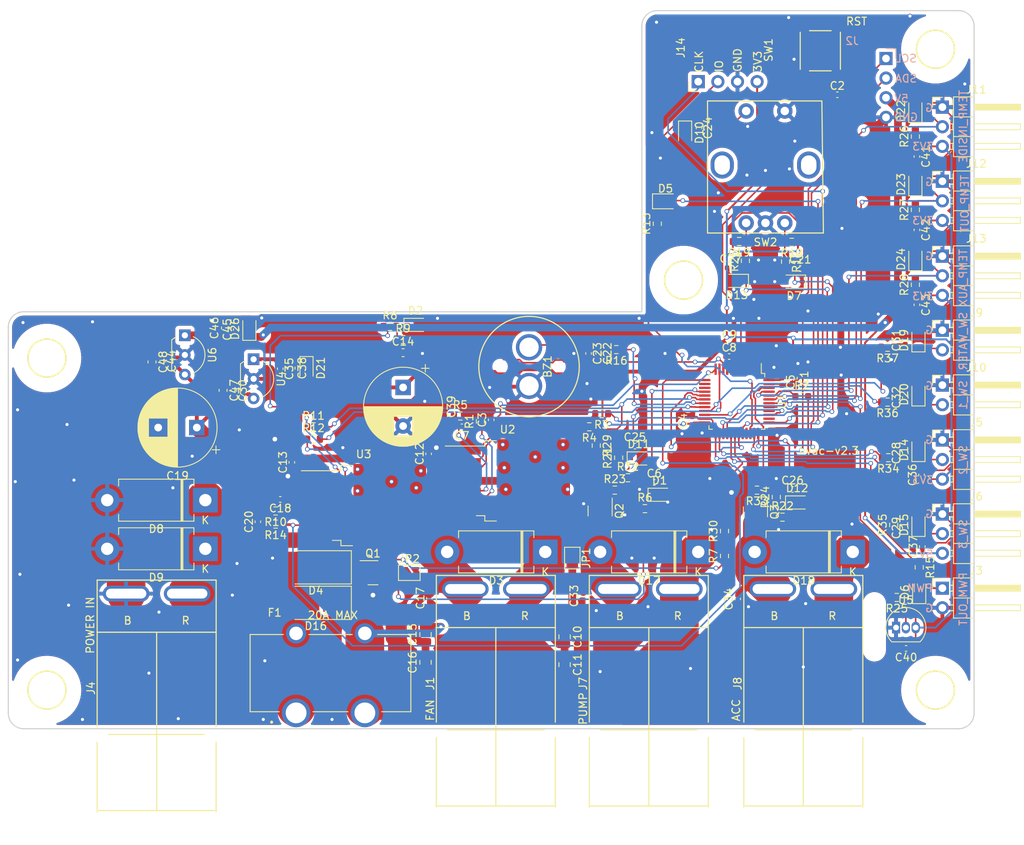
<source format=kicad_pcb>
(kicad_pcb (version 20211014) (generator pcbnew)
  (layers (0 "F.Cu" signal) (31 "B.Cu" signal) (34 "B.Paste" user) (35 "F.Paste" user) (36 "B.SilkS" user "B.Silkscreen") (37 "F.SilkS" user "F.Silkscreen") (38 "B.Mask" user) (39 "F.Mask" user) (44 "Edge.Cuts" user))
  (net 0 "")
  (net 1 "+BATT")
  (net 2 "GND")
  (net 3 "VCC")
  (net 4 "Net-(BZ1-Pad1)")
  (net 5 "/NRST")
  (net 6 "/BRIDGE_SENSE_P")
  (net 7 "/FAN_SENSE")
  (net 8 "Net-(C7-Pad2)")
  (net 9 "/FAN_P")
  (net 10 "/VBATT_DIV")
  (net 11 "/FAN_N")
  (net 12 "Net-(C18-Pad1)")
  (net 13 "/BRIDGE_SENSE_N")
  (net 14 "/ENC_A")
  (net 15 "/BUTTON")
  (net 16 "/PUMP_SENSE")
  (net 17 "/ACC_SENSE")
  (net 18 "/ENC_B")
  (net 19 "/SW_2")
  (net 20 "/SW_3")
  (net 21 "/SW_WATER")
  (net 22 "/SW_1")
  (net 23 "/PUMP_OUT")
  (net 24 "/ACC_OUT")
  (net 25 "/LED")
  (net 26 "Net-(D5-Pad1)")
  (net 27 "Net-(D6-Pad2)")
  (net 28 "Net-(D8-Pad1)")
  (net 29 "/TEMP_INSIDE")
  (net 30 "/TEMP_OUTSIDE")
  (net 31 "/TEMP_AUX")
  (net 32 "/SDA")
  (net 33 "/SCL")
  (net 34 "/SWDIO")
  (net 35 "/SWCLK")
  (net 36 "Net-(JP2-Pad1)")
  (net 37 "Net-(Q1-Pad1)")
  (net 38 "Net-(Q2-Pad1)")
  (net 39 "Net-(Q3-Pad1)")
  (net 40 "/BOOT0")
  (net 41 "Net-(R3-Pad2)")
  (net 42 "/BRIDGE_P")
  (net 43 "Net-(R4-Pad2)")
  (net 44 "/BRIDGE_ENABLE")
  (net 45 "/FAN_SIGNAL")
  (net 46 "Net-(R11-Pad1)")
  (net 47 "/BRIDGE_N")
  (net 48 "Net-(R12-Pad1)")
  (net 49 "/PWM_OUT")
  (net 50 "/BUZZER")
  (net 51 "Net-(R17-Pad1)")
  (net 52 "Net-(R19-Pad1)")
  (net 53 "/PUMP_SIGNAL")
  (net 54 "/ACC_SIGNAL")
  (net 55 "/TEMP_BUILTIN")
  (net 56 "Net-(C28-Pad1)")
  (net 57 "Net-(C29-Pad1)")
  (net 58 "Net-(C31-Pad1)")
  (net 59 "Net-(C32-Pad1)")
  (net 64 "unconnected-(U1-Pad5)")
  (net 65 "unconnected-(U1-Pad6)")
  (net 68 "+5V")
  (net 69 "unconnected-(U1-Pad14)")
  (footprint "Homebrew:MURATA_PKM13EPYH4000-A0" (layer "F.Cu") (at 97.4 105.1 -90)
    (fp_text reference "BZ1")
    (fp_text value "Buzzer")
  )
  (footprint "Capacitor_SMD:C_0603_1608Metric" (layer "F.Cu") (at 131.6 106.6 -90)
    (fp_text reference "C1")
    (fp_text value "4.7uF")
  )
  (footprint "Capacitor_SMD:C_0402_1005Metric" (layer "F.Cu") (at 137.3 69.9)
    (fp_text reference "C2")
    (fp_text value "0.1uF")
  )
  (footprint "Capacitor_SMD:C_0402_1005Metric" (layer "F.Cu") (at 92.5 112 90)
    (fp_text reference "C3")
    (fp_text value "1nF")
  )
  (footprint "Capacitor_SMD:C_0402_1005Metric" (layer "F.Cu") (at 130.1 107.1 -90)
    (fp_text reference "C5")
    (fp_text value "0.1uF")
  )
  (footprint "Capacitor_SMD:C_0402_1005Metric" (layer "F.Cu") (at 113.6 120.1)
    (fp_text reference "C6")
    (fp_text value "0.1uF")
  )
  (footprint "Capacitor_SMD:C_0402_1005Metric" (layer "F.Cu") (at 88.7 112.9 180)
    (fp_text reference "C7")
    (fp_text value "0.1uF")
  )
  (footprint "Capacitor_SMD:C_0402_1005Metric" (layer "F.Cu") (at 123.3 103.8)
    (fp_text reference "C8")
    (fp_text value "0.1uF")
  )
  (footprint "Capacitor_SMD:C_0603_1608Metric" (layer "F.Cu") (at 123.3 102.4)
    (fp_text reference "C9")
    (fp_text value "4.7uF")
  )
  (footprint "Capacitor_SMD:C_0805_2012Metric" (layer "F.Cu") (at 102 140.1 -90)
    (fp_text reference "C10")
    (fp_text value "0.22uF")
  )
  (footprint "Capacitor_SMD:C_0805_2012Metric" (layer "F.Cu") (at 102 143.7 -90)
    (fp_text reference "C11")
    (fp_text value "0.22uF")
  )
  (footprint "Capacitor_SMD:C_0402_1005Metric" (layer "F.Cu") (at 84.4 116.4 90)
    (fp_text reference "C12")
    (fp_text value "0.1uF")
  )
  (footprint "Capacitor_SMD:C_0402_1005Metric" (layer "F.Cu") (at 66.7 117.5 90)
    (fp_text reference "C13")
    (fp_text value "0.1uF")
  )
  (footprint "Capacitor_SMD:C_0603_1608Metric" (layer "F.Cu") (at 81.1 103.3)
    (fp_text reference "C14")
    (fp_text value "4.7uF")
  )
  (footprint "Capacitor_SMD:C_0805_2012Metric" (layer "F.Cu") (at 84 139.8 90)
    (fp_text reference "C15")
    (fp_text value "0.22uF")
  )
  (footprint "Capacitor_SMD:C_0805_2012Metric" (layer "F.Cu") (at 84 143.4 90)
    (fp_text reference "C16")
    (fp_text value "0.22uF")
  )
  (footprint "Capacitor_SMD:C_0402_1005Metric" (layer "F.Cu") (at 84.5 135.1 90)
    (fp_text reference "C17")
    (fp_text value "0.1uF")
  )
  (footprint "Capacitor_SMD:C_0402_1005Metric" (layer "F.Cu") (at 65.2 122.3 180)
    (fp_text reference "C18")
    (fp_text value "0.1uF")
  )
  (footprint "Capacitor_THT:CP_Radial_D10.0mm_P5.00mm" (layer "F.Cu") (at 54.4 113 180)
    (fp_text reference "C19")
    (fp_text value "1000uF")
  )
  (footprint "Capacitor_SMD:C_0402_1005Metric" (layer "F.Cu") (at 62.3 125.2 90)
    (fp_text reference "C20")
    (fp_text value "1nF")
  )
  (footprint "Capacitor_SMD:C_0402_1005Metric" (layer "F.Cu") (at 132.5 92.4)
    (fp_text reference "C21")
    (fp_text value "0.1uF")
  )
  (footprint "Capacitor_SMD:C_0402_1005Metric" (layer "F.Cu") (at 106.4 103.4 -90)
    (fp_text reference "C22")
    (fp_text value "0.1uF")
  )
  (footprint "Capacitor_SMD:C_0402_1005Metric" (layer "F.Cu") (at 105.1 103.4 -90)
    (fp_text reference "C23")
    (fp_text value "0.1uF")
  )
  (footprint "Capacitor_SMD:C_0402_1005Metric" (layer "F.Cu") (at 119.4 74.2 -90)
    (fp_text reference "C24")
    (fp_text value "0.1uF")
  )
  (footprint "Capacitor_SMD:C_0402_1005Metric" (layer "F.Cu") (at 111.1 115.4)
    (fp_text reference "C25")
    (fp_text value "0.1uF")
  )
  (footprint "Capacitor_SMD:C_0402_1005Metric" (layer "F.Cu") (at 131.5 121)
    (fp_text reference "C26")
    (fp_text value "0.1uF")
  )
  (footprint "Capacitor_SMD:C_0402_1005Metric" (layer "F.Cu") (at 123.5 92.3)
    (fp_text reference "C27")
    (fp_text value "0.1uF")
  )
  (footprint "Capacitor_SMD:C_0402_1005Metric" (layer "F.Cu") (at 146.1 116.3 90)
    (fp_text reference "C28")
    (fp_text value "0.1uF")
  )
  (footprint "Capacitor_SMD:C_0402_1005Metric" (layer "F.Cu") (at 146.1 126 90)
    (fp_text reference "C29")
    (fp_text value "0.1uF")
  )
  (footprint "Capacitor_SMD:C_0402_1005Metric" (layer "F.Cu") (at 59.2 108.2 -90)
    (fp_text reference "C30")
    (fp_text value "0.1uF")
  )
  (footprint "Capacitor_SMD:C_0402_1005Metric" (layer "F.Cu") (at 146.1 101.7 90)
    (fp_text reference "C31")
    (fp_text value "0.1uF")
  )
  (footprint "Capacitor_SMD:C_0402_1005Metric" (layer "F.Cu") (at 146.1 109.1 90)
    (fp_text reference "C32")
    (fp_text value "0.1uF")
  )
  (footprint "Capacitor_SMD:C_0402_1005Metric" (layer "F.Cu") (at 104.4 134.8 90)
    (fp_text reference "C33")
    (fp_text value "0.1uF")
  )
  (footprint "Capacitor_SMD:C_0402_1005Metric" (layer "F.Cu") (at 124.4 135.2 90)
    (fp_text reference "C34")
    (fp_text value "0.1uF")
  )
  (footprint "Capacitor_SMD:C_0402_1005Metric" (layer "F.Cu") (at 65.2 105.38 -90)
    (fp_text reference "C35")
    (fp_text value "0.1uF")
  )
  (footprint "Capacitor_SMD:C_0402_1005Metric" (layer "F.Cu") (at 148.2 119.12 90)
    (fp_text reference "C36")
    (fp_text value "0.1uF")
  )
  (footprint "Capacitor_SMD:C_0402_1005Metric" (layer "F.Cu") (at 148.3 128.4 90)
    (fp_text reference "C37")
    (fp_text value "0.1uF")
  )
  (footprint "Capacitor_SMD:C_0603_1608Metric" (layer "F.Cu") (at 66.6 105.3 -90)
    (fp_text reference "C38")
    (fp_text value "4.7uF")
  )
  (footprint "Capacitor_THT:CP_Radial_D10.0mm_P5.00mm" (layer "F.Cu") (at 81.1 107.8 -90)
    (fp_text reference "C39")
    (fp_text value "470uF")
  )
  (footprint "Capacitor_SMD:C_0402_1005Metric" (layer "F.Cu") (at 146.2 141.6 180)
    (fp_text reference "C40")
    (fp_text value "0.1uF")
  )
  (footprint "Capacitor_SMD:C_0402_1005Metric" (layer "F.Cu") (at 147.6 77.9 -90)
    (fp_text reference "C41")
    (fp_text value "0.1uF")
  )
  (footprint "Capacitor_SMD:C_0402_1005Metric" (layer "F.Cu") (at 147.6 87.4 -90)
    (fp_text reference "C42")
    (fp_text value "0.1uF")
  )
  (footprint "Capacitor_SMD:C_0402_1005Metric" (layer "F.Cu") (at 147.6 97.1 -90)
    (fp_text reference "C43")
    (fp_text value "0.1uF")
  )
  (footprint "Diode_SMD:D_SOD-323" (layer "F.Cu") (at 114.3 121.7)
    (fp_text reference "D1")
    (fp_text value "TVS_5V")
  )
  (footprint "Diode_SMD:D_SOD-323" (layer "F.Cu") (at 82.7 99.7)
    (fp_text reference "D2")
    (fp_text value "TVS_5V")
  )
  (footprint "Diode_SMD:D_SMB_Handsoldering" (layer "F.Cu") (at 69.8 131.1 180)
    (fp_text reference "D4")
    (fp_text value "TVS_12V")
  )
  (footprint "LED_SMD:LED_0805_2012Metric" (layer "F.Cu") (at 115.0625 83.7)
    (fp_text reference "D5")
    (fp_text value "LED")
  )
  (footprint "Diode_SMD:D_SOD-323" (layer "F.Cu") (at 147.9 134.3 90)
    (fp_text reference "D6")
    (fp_text value "TVS_5V")
  )
  (footprint "Diode_SMD:D_SOD-323" (layer "F.Cu") (at 131.7 94.1 180)
    (fp_text reference "D7")
    (fp_text value "TVS_5V")
  )
  (footprint "Diode_THT:D_DO-201AD_P12.70mm_Horizontal" (layer "F.Cu") (at 55.5 122.4 180)
    (fp_text reference "D8")
    (fp_text value "D_Schottky")
  )
  (footprint "Diode_THT:D_DO-201AD_P12.70mm_Horizontal" (layer "F.Cu") (at 55.5 128.7 180)
    (fp_text reference "D9")
    (fp_text value "D_Schottky")
  )
  (footprint "Diode_SMD:D_SOD-323" (layer "F.Cu") (at 117.6 74.8 -90)
    (fp_text reference "D10")
    (fp_text value "TVS_5V")
  )
  (footprint "Diode_SMD:D_SOD-323" (layer "F.Cu") (at 111.6 117)
    (fp_text reference "D11")
    (fp_text value "TVS_5V")
  )
  (footprint "Diode_SMD:D_SOD-323" (layer "F.Cu") (at 132.1 122.7)
    (fp_text reference "D12")
    (fp_text value "TVS_5V")
  )
  (footprint "Diode_SMD:D_SOD-323" (layer "F.Cu") (at 124.3 94 180)
    (fp_text reference "D13")
    (fp_text value "TVS_5V")
  )
  (footprint "Diode_SMD:D_SOD-323" (layer "F.Cu") (at 147.8 115.9 90)
    (fp_text reference "D14")
    (fp_text value "TVS_5V")
  )
  (footprint "Diode_SMD:D_SOD-323" (layer "F.Cu") (at 147.8 125.6 90)
    (fp_text reference "D15")
    (fp_text value "TVS_5V")
  )
  (footprint "Diode_SMD:D_SMB_Handsoldering" (layer "F.Cu") (at 69.8 135.7 180)
    (fp_text reference "D16")
    (fp_text value "TVS_12V")
  )
  (footprint "Diode_THT:D_DO-201AD_P12.70mm_Horizontal" (layer "F.Cu") (at 119.3 129.1 180)
    (fp_text reference "D17")
    (fp_text value "D_Schottky")
  )
  (footprint "Diode_THT:D_DO-201AD_P12.70mm_Horizontal" (layer "F.Cu") (at 139.3 129.1 180)
    (fp_text reference "D18")
    (fp_text value "D_Schottky")
  )
  (footprint "Diode_SMD:D_SOD-323" (layer "F.Cu") (at 147.8 101.7 90)
    (fp_text reference "D19")
    (fp_text value "TVS_5V")
  )
  (footprint "Diode_SMD:D_SOD-323" (layer "F.Cu") (at 147.8 108.7 90)
    (fp_text reference "D20")
    (fp_text value "TVS_5V")
  )
  (footprint "Diode_SMD:D_SOD-323" (layer "F.Cu") (at 68.6 105.3 -90)
    (fp_text reference "D21")
    (fp_text value "TVS_5V")
  )
  (footprint "Diode_SMD:D_SOD-323" (layer "F.Cu") (at 147.4 72 90)
    (fp_text reference "D22")
    (fp_text value "TVS_5V")
  )
  (footprint "Diode_SMD:D_SOD-323" (layer "F.Cu") (at 147.4 81.5 90)
    (fp_text reference "D23")
    (fp_text value "TVS_5V")
  )
  (footprint "Diode_SMD:D_SOD-323" (layer "F.Cu") (at 147.4 91.2 90)
    (fp_text reference "D24")
    (fp_text value "TVS_5V")
  )
  (footprint "Homebrew:FUSE_3550-2" (layer "F.Cu") (at 71.7 144.8)
    (fp_text reference "F1")
    (fp_text value "ATC")
  )
  (footprint "Homebrew:HOLE_M4" (layer "F.Cu") (at 35 147)
    (fp_text reference "H1" hide)
    (fp_text value "HOLE" hide)
  )
  (footprint "Homebrew:HOLE_M4" (layer "F.Cu") (at 150 64)
    (fp_text reference "H2" hide)
    (fp_text value "HOLE" hide)
  )
  (footprint "Homebrew:HOLE_M4" (layer "F.Cu") (at 150 147)
    (fp_text reference "H3" hide)
    (fp_text value "HOLE" hide)
  )
  (footprint "Homebrew:HOLE_M4" (layer "F.Cu") (at 35 104)
    (fp_text reference "H4" hide)
    (fp_text value "HOLE" hide)
  )
  (footprint "Connector_PinHeader_2.54mm:PinHeader_1x02_P2.54mm_Horizontal" (layer "F.Cu") (at 150.9 133.8)
    (fp_text reference "J3")
    (fp_text value "Conn_01x02")
  )
  (footprint "Homebrew:Anderson_1336G1_right_angle_bottom_two" (layer "F.Cu") (at 49.2 134.5 180)
    (fp_text reference "J4")
    (fp_text value "Anderson_two_redblack_src")
  )
  (footprint "Connector_PinHeader_2.54mm:PinHeader_1x03_P2.54mm_Horizontal" (layer "F.Cu") (at 150.9 114.6)
    (fp_text reference "J5")
    (fp_text value "Conn_01x03")
  )
  (footprint "Connector_PinHeader_2.54mm:PinHeader_1x03_P2.54mm_Horizontal" (layer "F.Cu") (at 150.9 124.2)
    (fp_text reference "J6")
    (fp_text value "Conn_01x03")
  )
  (footprint "Homebrew:Anderson_1336G1_right_angle_bottom_two" (layer "F.Cu") (at 112.9 133.9 180)
    (fp_text reference "J7")
    (fp_text value "Anderson_two_redblack_sink")
  )
  (footprint "Homebrew:Anderson_1336G1_right_angle_bottom_two" (layer "F.Cu") (at 132.9 133.9 180)
    (fp_text reference "J8")
    (fp_text value "Anderson_two_redblack_sink")
  )
  (footprint "Connector_PinHeader_2.54mm:PinHeader_1x02_P2.54mm_Horizontal" (layer "F.Cu") (at 150.9 100.4)
    (fp_text reference "J9")
    (fp_text value "Conn_01x02")
  )
  (footprint "Connector_PinHeader_2.54mm:PinHeader_1x02_P2.54mm_Horizontal" (layer "F.Cu") (at 150.9 107.5)
    (fp_text reference "J10")
    (fp_text value "Conn_01x02")
  )
  (footprint "Connector_PinHeader_2.54mm:PinHeader_1x03_P2.54mm_Horizontal" (layer "F.Cu") (at 150.9 81.1)
    (fp_text reference "J12")
    (fp_text value "Conn_01x03")
  )
  (footprint "Connector_PinHeader_2.54mm:PinHeader_1x03_P2.54mm_Horizontal" (layer "F.Cu") (at 150.9 90.8)
    (fp_text reference "J13")
    (fp_text value "Conn_01x03")
  )
  (footprint "Connector_PinHeader_2.54mm:PinHeader_1x04_P2.54mm_Horizontal" (layer "F.Cu") (at 119.3 68.2 90)
    (fp_text reference "J14")
    (fp_text value "Conn_01x04")
  )
  (footprint "Jumper:SolderJumper-2_P1.3mm_Open_TrianglePad1.0x1.5mm" (layer "F.Cu") (at 103 129.9 -90)
    (fp_text reference "JP1")
    (fp_text value "SolderJumper_2_Open")
  )
  (footprint "Jumper:SolderJumper-2_P1.3mm_Open_TrianglePad1.0x1.5mm" (layer "F.Cu") (at 81.9 131.8)
    (fp_text reference "JP2")
    (fp_text value "SolderJumper_2_Open")
  )
  (footprint "Package_TO_SOT_SMD:SOT-23" (layer "F.Cu") (at 77.2 131.8)
    (fp_text reference "Q1")
    (fp_text value "AO3400A")
  )
  (footprint "Package_TO_SOT_SMD:SOT-23" (layer "F.Cu") (at 106.6 123.8 -90)
    (fp_text reference "Q2")
    (fp_text value "AO3400A")
  )
  (footprint "Package_TO_SOT_SMD:SOT-23" (layer "F.Cu") (at 126.7 123.9 -90)
    (fp_text reference "Q3")
    (fp_text value "AO3400A")
  )
  (footprint "Resistor_SMD:R_0603_1608Metric" (layer "F.Cu") (at 91.1 112.2 90)
    (fp_text reference "R1")
    (fp_text value "470")
  )
  (footprint "Resistor_SMD:R_0603_1608Metric" (layer "F.Cu") (at 132.7 109)
    (fp_text reference "R2")
    (fp_text value "24k")
  )
  (footprint "Resistor_SMD:R_0603_1608Metric" (layer "F.Cu") (at 106.8 111.2 180)
    (fp_text reference "R3")
    (fp_text value "10k")
  )
  (footprint "Resistor_SMD:R_0603_1608Metric" (layer "F.Cu") (at 105.2 112.9 180)
    (fp_text reference "R4")
    (fp_text value "10k")
  )
  (footprint "Resistor_SMD:R_0603_1608Metric" (layer "F.Cu") (at 88.5 111.5)
    (fp_text reference "R5")
    (fp_text value "10k")
  )
  (footprint "Resistor_SMD:R_0603_1608Metric" (layer "F.Cu") (at 112.4 123.5)
    (fp_text reference "R6")
    (fp_text value "24k")
  )
  (footprint "Resistor_SMD:R_0603_1608Metric" (layer "F.Cu") (at 122.7 129.625 90)
    (fp_text reference "R7")
    (fp_text value "150")
  )
  (footprint "Resistor_SMD:R_0603_1608Metric" (layer "F.Cu") (at 79.4 99.9)
    (fp_text reference "R8")
    (fp_text value "390k")
  )
  (footprint "Resistor_SMD:R_0603_1608Metric" (layer "F.Cu") (at 81.1 101.6)
    (fp_text reference "R9")
    (fp_text value "110k")
  )
  (footprint "Resistor_SMD:R_0603_1608Metric" (layer "F.Cu") (at 64.6 123.8 180)
    (fp_text reference "R10")
    (fp_text value "10k")
  )
  (footprint "Resistor_SMD:R_0603_1608Metric" (layer "F.Cu") (at 69.5 112.9)
    (fp_text reference "R11")
    (fp_text value "10k")
  )
  (footprint "Resistor_SMD:R_0603_1608Metric" (layer "F.Cu") (at 69.5 114.5)
    (fp_text reference "R12")
    (fp_text value "10k")
  )
  (footprint "Resistor_SMD:R_0603_1608Metric" (layer "F.Cu") (at 114 86.6 90)
    (fp_text reference "R13")
    (fp_text value "150")
  )
  (footprint "Resistor_SMD:R_0603_1608Metric" (layer "F.Cu") (at 64.6 125.5 180)
    (fp_text reference "R14")
    (fp_text value "470")
  )
  (footprint "Resistor_SMD:R_0603_1608Metric" (layer "F.Cu") (at 147.9 131.1 -90)
    (fp_text reference "R15")
    (fp_text value "150")
  )
  (footprint "Resistor_SMD:R_0603_1608Metric" (layer "F.Cu") (at 108.7 102.9 180)
    (fp_text reference "R16")
    (fp_text value "47")
  )
  (footprint "Resistor_SMD:R_0603_1608Metric" (layer "F.Cu") (at 131.4 89 180)
    (fp_text reference "R18")
    (fp_text value "10k")
  )
  (footprint "Resistor_SMD:R_0603_1608Metric" (layer "F.Cu") (at 124.6 88.9 180)
    (fp_text reference "R19")
    (fp_text value "10k")
  )
  (footprint "Resistor_SMD:R_0603_1608Metric" (layer "F.Cu") (at 125.4 91.4 90)
    (fp_text reference "R20")
    (fp_text value "10k")
  )
  (footprint "Resistor_SMD:R_0603_1608Metric" (layer "F.Cu") (at 109 116.9 90)
    (fp_text reference "R21")
    (fp_text value "24k")
  )
  (footprint "Resistor_SMD:R_0603_1608Metric" (layer "F.Cu") (at 130.2 124.6)
    (fp_text reference "R22")
    (fp_text value "24k")
  )
  (footprint "Resistor_SMD:R_0603_1608Metric" (layer "F.Cu") (at 108.5 121.1)
    (fp_text reference "R23")
    (fp_text value "150")
  )
  (footprint "Resistor_SMD:R_0603_1608Metric" (layer "F.Cu") (at 129.4 122 90)
    (fp_text reference "R24")
    (fp_text value "150")
  )
  (footprint "Resistor_SMD:R_0603_1608Metric" (layer "F.Cu") (at 145 135 180)
    (fp_text reference "R25")
    (fp_text value "4k7")
  )
  (footprint "Resistor_SMD:R_0603_1608Metric" (layer "F.Cu") (at 147.4 75.3 90)
    (fp_text reference "R26")
    (fp_text value "4k7")
  )
  (footprint "Resistor_SMD:R_0603_1608Metric" (layer "F.Cu") (at 147.4 84.8 90)
    (fp_text reference "R27")
    (fp_text value "4k7")
  )
  (footprint "Resistor_SMD:R_0603_1608Metric" (layer "F.Cu") (at 147.4 94.5 90)
    (fp_text reference "R28")
    (fp_text value "4k7")
  )
  (footprint "Homebrew:SW_TACTILE_5.1MM_TS-1187A-C-D-B" (layer "F.Cu") (at 135.1 64.2 90)
    (fp_text reference "SW1")
    (fp_text value "SW_Push")
  )
  (footprint "Homebrew:BOURNS_PEC12R-4xxxF-Sxxxx" (layer "F.Cu") (at 128 79)
    (fp_text reference "SW2")
    (fp_text value "Rotary_Encoder_Switch")
  )
  (footprint "Package_QFP:LQFP-48_7x7mm_P0.5mm" (layer "F.Cu") (at 124.3 109.6 -90)
    (fp_text reference "U1")
    (fp_text value "STM32F030C8Tx")
  )
  (footprint "Package_TO_SOT_SMD:TO-263-7_TabPin8" (layer "F.Cu") (at 94.625 119.9)
    (fp_text reference "U2")
    (fp_text value "IFX007T")
  )
  (footprint "Package_TO_SOT_SMD:TO-263-7_TabPin8" (layer "F.Cu") (at 76 123.1)
    (fp_text reference "U3")
    (fp_text value "IFX007T")
  )
  (footprint "Package_TO_SOT_THT:TO-92L_Inline_Wide" (layer "F.Cu") (at 61.75 104.15 -90)
    (fp_text reference "U4")
    (fp_text value "AP7381-XXV")
  )
  (footprint "Package_TO_SOT_THT:TO-92_Inline" (layer "F.Cu") (at 144.9 138.9)
    (fp_text reference "U5")
    (fp_text value "DS18B20")
  )
  (footprint "Homebrew:Anderson_1336G1_right_angle_bottom_two" (layer "F.Cu") (at 93.1 133.9 180)
    (fp_text reference "J1")
    (fp_text value "Anderson_two_redblack")
  )
  (footprint "Resistor_SMD:R_0603_1608Metric" (layer "F.Cu") (at 106.1 115.325 -90)
    (fp_text reference "R29")
    (fp_text value "110k")
  )
  (footprint "Resistor_SMD:R_0603_1608Metric" (layer "F.Cu") (at 122.7 126.4 90)
    (fp_text reference "R30")
    (fp_text value "10k")
  )
  (footprint "Resistor_SMD:R_0603_1608Metric" (layer "F.Cu") (at 110.2 119.5)
    (fp_text reference "R32")
    (fp_text value "10k")
  )
  (footprint "Resistor_SMD:R_0603_1608Metric" (layer "F.Cu") (at 126.9 121.1 180)
    (fp_text reference "R33")
    (fp_text value "10k")
  )
  (footprint "Diode_THT:D_DO-201AD_P12.70mm_Horizontal" (layer "F.Cu") (at 99.5 129.1 180)
    (fp_text reference "D3")
    (fp_text value "D_Schottky")
  )
  (footprint "Capacitor_SMD:C_0402_1005Metric" (layer "F.Cu") (at 118.5 112.1 90)
    (fp_text reference "C4")
    (fp_text value "0.1uF")
  )
  (footprint "Connector_PinHeader_2.54mm:PinHeader_1x03_P2.54mm_Horizontal" (layer "F.Cu") (at 150.9 71.5)
    (fp_text reference "J11")
    (fp_text value "Conn_01x03")
  )
  (footprint "Homebrew:HOLE_M4" (layer "F.Cu") (at 117.4 93.9)
    (fp_text reference "H5" hide)
    (fp_text value "HOLE" hide)
  )
  (footprint "Resistor_SMD:R_0603_1608Metric" (layer "F.Cu") (at 130.6 91.5 -90)
    (fp_text reference "R17")
    (fp_text value "10k")
  )
  (footprint "Resistor_SMD:R_0603_1608Metric" (layer "F.Cu") (at 143.9 116.9 180)
    (fp_text reference "R34")
    (fp_text value "150")
  )
  (footprint "Resistor_SMD:R_0603_1608Metric" (layer "F.Cu") (at 144.6 125.6 90)
    (fp_text reference "R35")
    (fp_text value "150")
  )
  (footprint "Resistor_SMD:R_0603_1608Metric" (layer "F.Cu") (at 143.8 109.7 180)
    (fp_text reference "R36")
    (fp_text value "150")
  )
  (footprint "Resistor_SMD:R_0603_1608Metric" (layer "F.Cu") (at 143.8 102.6 180)
    (fp_text reference "R37")
    (fp_text value "150")
  )
  (footprint "Homebrew:SLOT_W2mm_H8mm" (layer "F.Cu") (at 142.1 138.8)
    (fp_text reference "H6")
    (fp_text value "SLOT")
  )
  (footprint "Capacitor_SMD:C_0402_1005Metric" (layer "F.Cu") (at 50 104.4 -90)
    (fp_text reference "C44")
    (fp_text value "0.1uF")
  )
  (footprint "Capacitor_SMD:C_0603_1608Metric" (layer "F.Cu") (at 57.8 108.175 -90)
    (fp_text reference "C47")
    (fp_text value "4.7uF")
  )
  (footprint "Package_TO_SOT_THT:TO-92L_Inline_Wide" (layer "F.Cu") (at 52.85 101.05 -90)
    (fp_text reference "U6")
    (fp_text value "AP7381-XXV")
  )
  (footprint "Capacitor_SMD:C_0402_1005Metric" (layer "F.Cu") (at 59.5 100.3 90)
    (fp_text reference "C45")
    (fp_text value "0.1uF")
  )
  (footprint "Capacitor_SMD:C_0603_1608Metric" (layer "F.Cu") (at 58.1 100.1 90)
    (fp_text reference "C46")
    (fp_text value "4.7uF")
  )
  (footprint "Diode_SMD:D_SOD-323" (layer "F.Cu") (at 61.2 100.2 90)
    (fp_text reference "D26")
    (fp_text value "TVS_5V")
  )
  (footprint "Capacitor_SMD:C_0603_1608Metric" (layer "F.Cu") (at 48.6 104.5 -90)
    (fp_text reference "C48")
    (fp_text value "4.7uF")
  )
  (footprint "Connector_PinHeader_2.54mm:PinHeader_1x04_P2.54mm_Horizontal" (layer "B.Cu") (at 143.6 65.2 180)
    (fp_text reference "J2")
    (fp_text value "Conn_01x04")
  )
  (gr_line (start 30 100) (end 30 150) (layer "Edge.Cuts") (width 0.15))
  (gr_line (start 153 59) (end 114 59) (layer "Edge.Cuts") (width 0.15))
  (gr_line (start 112 61) (end 112 98) (layer "Edge.Cuts") (width 0.15))
  (gr_arc (start 32 152) (mid 30.585786 151.414214) (end 30 150) (layer "Edge.Cuts") (width 0.15))
  (gr_arc (start 153 59) (mid 154.414214 59.585786) (end 155 61) (layer "Edge.Cuts") (width 0.15))
  (gr_line (start 155 150) (end 155 61) (layer "Edge.Cuts") (width 0.15))
  (gr_line (start 32 152) (end 153 152) (layer "Edge.Cuts") (width 0.15))
  (gr_arc (start 30 100) (mid 30.585786 98.585786) (end 32 98) (layer "Edge.Cuts") (width 0.15))
  (gr_arc (start 112 61) (mid 112.585786 59.585786) (end 114 59) (layer "Edge.Cuts") (width 0.15))
  (gr_line (start 112 98) (end 32 98) (layer "Edge.Cuts") (width 0.15))
  (gr_arc (start 155 150) (mid 154.414214 151.414214) (end 153 152) (layer "Edge.Cuts") (width 0.15))
  (gr_text "5V" (at 148.8 129.4) (layer "B.SilkS") (effects (font (size 1 1)) (justify mirror)))
  (gr_text "SW_2" (at 153.6 117.2 90) (layer "B.SilkS") (effects (font (size 1 1)) (justify mirror)))
  (gr_text "TEMP_AUX" (at 153.6 93.6 90) (layer "B.SilkS") (effects (font (size 1 1)) (justify mirror)))
  (gr_text "G" (at 149.2 100.4) (layer "B.SilkS") (effects (font (size 1 1)) (justify mirror)))
  (gr_text "G" (at 149.2 90.8) (layer "B.SilkS") (effects (font (size 1 1)) (justify mirror)))
  (gr_text "G" (at 149.2 71.6) (layer "B.SilkS") (effects (font (size 1 1)) (justify mirror)))
  (gr_text "TEMP_OUT" (at 153.8 84 90) (layer "B.SilkS") (effects (font (size 1 1)) (justify mirror)))
  (gr_text "PWM_OUT" (at 153.6 135.2 90) (layer "B.SilkS") (effects (font (size 1 1)) (justify mirror)))
  (gr_text "TEMP_INSIDE" (at 153.6 74 90) (layer "B.SilkS") (effects (font (size 1 1)) (justify mirror)))
  (gr_text "PWM" (at 148 133.8) (layer "B.SilkS") (effects (font (size 1 1)) (justify mirror)))
  (gr_text "SDA" (at 146.2 67.8) (layer "B.SilkS") (effects (font (size 1 1)) (justify mirror)))
  (gr_text "SW_1" (at 153.6 108.8 90) (layer "B.SilkS") (effects (font (size 1 1)) (justify mirror)))
  (gr_text "SCL" (at 146.2 65.2) (layer "B.SilkS") (effects (font (size 1 1)) (justify mirror)))
  (gr_text "SW_WATER" (at 153.6 101.8 90) (layer "B.SilkS") (effects (font (size 1 1)) (justify mirror)))
  (gr_text "3V3" (at 148.4 96) (layer "B.SilkS") (effects (font (size 1 1)) (justify mirror)))
  (gr_text "3V3" (at 148.4 76.6) (layer "B.SilkS") (effects (font (size 1 1)) (justify mirror)))
  (gr_text "G" (at 149.2 124.2) (layer "B.SilkS") (effects (font (size 1 1)) (justify mirror)))
  (gr_text "5V" (at 145.6 70.4) (layer "B.SilkS") (effects (font (size 1 1)) (justify mirror)))
  (gr_text "3V3" (at 148.4 119.8) (layer "B.SilkS") (effects (font (size 1 1)) (justify mirror)))
  (gr_text "3V3" (at 148.4 86.2) (layer "B.SilkS") (effects (font (size 1 1)) (justify mirror)))
  (gr_text "GND" (at 146.2 72.8) (layer "B.SilkS") (effects (font (size 1 1)) (justify mirror)))
  (gr_text "G" (at 149.2 114.6) (layer "B.SilkS") (effects (font (size 1 1)) (justify mirror)))
  (gr_text "G" (at 149.2 136.4) (layer "B.SilkS") (effects (font (size 1 1)) (justify mirror)))
  (gr_text "SW_3" (at 153.6 126.8 90) (layer "B.SilkS") (effects (font (size 1 1)) (justify mirror)))
  (gr_text "G" (at 149.2 107.6) (layer "B.SilkS") (effects (font (size 1 1)) (justify mirror)))
  (gr_text "G" (at 149.2 81.2) (layer "B.SilkS") (effects (font (size 1 1)) (justify mirror)))
  (gr_text "3V3" (at 127 65.6 90) (layer "F.SilkS") (effects (font (size 1 1))))
  (gr_text "PUMP" (at 104.4 149.4 90) (layer "F.SilkS") (effects (font (size 1 1))))
  (gr_text "POWER IN" (at 40.6 138.6 90) (layer "F.SilkS") (effects (font (size 1 1))))
  (gr_text "CLK" (at 119.4 65.6 90) (layer "F.SilkS") (effects (font (size 1 1))))
  (gr_text "IO" (at 122 66.2 90) (layer "F.SilkS") (effects (font (size 1 1))))
  (gr_text "20A MAX" (at 72 137.3) (layer "F.SilkS") (effects (font (size 1 1))))
  (gr_text "hvac-v2.3" (at 136.2 116) (layer "F.SilkS") (effects (font (size 1 1))))
  (gr_text "FAN" (at 84.6 149.6 90) (layer "F.SilkS") (effects (font (size 1 1))))
  (gr_text "ACC" (at 124.2 149.6 90) (layer "F.SilkS") (effects (font (size 1 1))))
  (gr_text "RST" (at 139.8 60.4) (layer "F.SilkS") (effects (font (size 1 1))))
  (gr_text "GND" (at 124.4 65.4 90) (layer "F.SilkS") (effects (font (size 1 1))))
  (segment (start 72.5 131.1) (end 72.5 135.7) (width 1) (layer "F.Cu") (net 1))
  (segment (start 58.93 108.95) (end 59.2 108.68) (width 0.5) (layer "F.Cu") (net 1))
  (segment (start 79.1 100.425) (end 78.575 99.9) (width 0.2) (layer "F.Cu") (net 1))
  (segment (start 101.411272 148.350011) (end 100.949989 148.350011) (width 2) (layer "F.Cu") (net 1))
  (segment (start 60.78999 121.01001) (end 60.78999 126.375052) (width 2) (layer "F.Cu") (net 1))
  (segment (start 48.995 104.88) (end 48.6 105.275) (width 0.5) (layer "F.Cu") (net 1))
  (segment (start 77.750011 148.350011) (end 76.15 146.75) (width 5) (layer "F.Cu") (net 1))
  (segment (start 61.2 120.6) (end 60.78999 121.01001) (width 2) (layer "F.Cu") (net 1))
  (segment (start 85.79 118.154998) (end 84.635001 116.999999) (width 1) (layer "F.Cu") (net 1))
  (segment (start 54.4 107.68) (end 52.85 106.13) (width 0.5) (layer "F.Cu") (net 1))
  (segment (start 65.85 110.3) (end 64 110.3) (width 0.2) (layer "F.Cu") (net 1))
  (segment (start 134.04999 147.85001) (end 109.24999 147.85001) (width 5) (layer "F.Cu") (net 1))
  (segment (start 84.05 138.8) (end 84 138.85) (width 1) (layer "F.Cu") (net 1))
  (segment (start 85.79 123.71) (end 85.79 118.154998) (width 1) (layer "F.Cu") (net 1))
  (segment (start 103 138.15) (end 103 130.87501) (width 1) (layer "F.Cu") (net 1))
  (segment (start 76.15 139.65) (end 76.15 146.75) (width 5) (layer "F.Cu") (net 1))
  (segment (start 116.85 140.25) (end 109.24999 147.85001) (width 5) (layer "F.Cu") (net 1))
  (segment (start 84.635001 116.999999) (end 62.100001 116.999999) (width 1) (layer "F.Cu") (net 1))
  (segment (start 119.83 140.25) (end 124.37999 135.70001) (width 1) (layer "F.Cu") (net 1))
  (segment (start 88.85 123.71) (end 85.79 123.71) (width 1) (layer "F.Cu") (net 1))
  (segment (start 54.4 113) (end 57.8 109.6) (width 0.5) (layer "F.Cu") (net 1))
  (segment (start 69.894999 127.240001) (end 72.5 129.845002) (width 1) (layer "F.Cu") (net 1))
  (segment (start 104.20001 140.474384) (end 104.20001 145.561273) (width 2) (layer "F.Cu") (net 1))
  (segment (start 51.6 104.88) (end 52.85 106.13) (width 0.5) (layer "F.Cu") (net 1))
  (segment (start 136.85 133.9) (end 136.85 145.05) (width 5) (layer "F.Cu") (net 1))
  (segment (start 50 104.88) (end 48.995 104.88) (width 0.5) (layer "F.Cu") (net 1))
  (segment (start 79.1 101.1) (end 79.1 100.425) (width 0.2) (layer "F.Cu") (net 1))
  (segment (start 57.8 109.6) (end 57.8 108.95) (width 0.5) (layer "F.Cu") (net 1))
  (segment (start 61.2 120.6) (end 61.2 117.9) (width 1) (layer "F.Cu") (net 1))
  (segment (start 68.21 126.91) (end 67.02001 128.09999) (width 1) (layer "F.Cu") (net 1))
  (segment (start 116.85 140.25) (end 119.83 140.25) (width 1) (layer "F.Cu") (net 1))
  (segment (start 61.2 114.95) (end 65.85 110.3) (width 1) (layer "F.Cu") (net 1))
  (segment (start 116.85 131.55) (end 119.3 129.1) (width 5) (layer "F.Cu") (net 1))
  (segment (start 61.2 119.8) (end 54.4 113) (width 2) (layer "F.Cu") (net 1))
  (segment (start 70.225 126.91) (end 68.21 126.91) (width 1) (layer "F.Cu") (net 1))
  (segment (start 61.2 120.6) (end 61.2 119.8) (width 2) (layer "F.Cu") (net 1))
  (segment (start 102 139.15) (end 103 138.15) (width 1) (layer "F.Cu") (net 1))
  (segment (start 102 139.15) (end 102.875626 139.15) (width 2) (layer "F.Cu") (net 1))
  (segment (start 108.749989 148.350011) (end 100.949989 148.350011) (width 5) (layer "F.Cu") (net 1))
  (segment (start 116.85 133.9) (end 116.85 140.25) (width 5) (layer "F.Cu") (net 1))
  (segment (start 109.24999 147.85001) (end 108.749989 148.350011) (width 5) (layer "F.Cu") (net 1))
  (segment (start 136.85 133.9) (end 136.85 131.55) (width 5) (layer "F.Cu") (net 1))
  (segment (start 86 138.8) (end 84.05 138.8) (width 1) (layer "F.Cu") (net 1))
  (segment (start 136.85 131.55) (end 139.3 129.1) (width 5) (layer "F.Cu") (net 1))
  (segment (start 64 110.3) (end 63.9 110.2) (width 0.2) (layer "F.Cu") (net 1))
  (segment (start 50 104.88) (end 51.6 104.88) (width 0.5) (layer "F.Cu") (net 1))
  (segment (start 54.4 113) (end 54.4 107.68) (width 0.5) (layer "F.Cu") (net 1))
  (segment (start 61.2 117.9) (end 61.2 114.95) (width 1) (layer "F.Cu") (net 1))
  (segment (start 72.5 135.7) (end 72.5 136) (width 1) (layer "F.Cu") (net 1))
  (segment (start 104.20001 145.561273) (end 101.411272 148.350011) (width 2) (layer "F.Cu") (net 1))
  (segment (start 69.560969 127.574031) (end 69.894999 127.240001) (width 2) (layer "F.Cu") (net 1))
  (segment (start 65.85 110.3) (end 65.85 112.27) (width 1) (layer "F.Cu") (net 1))
  (segment (start 116.85 133.9) (end 116.85 131.55) (width 5) (layer "F.Cu") (net 1))
  (segment (start 57.8 108.95) (end 58.93 108.95) (width 0.5) (layer "F.Cu") (net 1))
  (segment (start 61.2 108.68) (end 61.75 109.23) (width 0.5) (layer "F.Cu") (net 1))
  (segment (start 59.2 108.68) (end 61.2 108.68) (width 0.5) (layer "F.Cu") (net 1))
  (segment (start 136.85 145.05) (end 134.04999 147.85001) (width 5) (layer "F.Cu") (net 1))
  (segment (start 102.875626 139.15) (end 104.20001 140.474384) (width 2) (layer "F.Cu") (net 1))
  (segment (start 100.949989 148.350011) (end 77.750011 148.350011) (width 5) (layer "F.Cu") (net 1))
  (segment (start 60.78999 126.375052) (end 61.988969 127.574031) (width 2) (layer "F.Cu") (net 1))
  (segment (start 61.988969 127.574031) (end 69.560969 127.574031) (width 2) (layer "F.Cu") (net 1))
  (segment (start 76.15 146.75) (end 76.15 149.22499) (width 5) (layer "F.Cu") (net 1))
  (segment (start 72.5 136) (end 76.15 139.65) (width 1) (layer "F.Cu") (net 1))
  (segment (start 65.85 112.27) (end 65.62001 112.49999) (width 1) (layer "F.Cu") (net 1))
  (segment (start 104.20001 140.474384) (end 104.20001 135.499999) (width 1) (layer "F.Cu") (net 1))
  (segment (start 72.5 129.845002) (end 72.5 131.1) (width 1) (layer "F.Cu") (net 1))
  (segment (start 62.100001 116.999999) (end 61.2 117.9) (width 1) (layer "F.Cu") (net 1))
  (via (at 79.1 101.1) (size 0.6) (drill 0.4) (layers "F.Cu" "B.Cu") (net 1))
  (via (at 63.9 110.2) (size 0.6) (drill 0.4) (layers "F.Cu" "B.Cu") (net 1))
  (via (at 86 138.8) (size 0.6) (drill 0.4) (layers "F.Cu" "B.Cu") (net 1))
  (segment (start 65.2 101.1) (end 79.1 101.1) (width 0.2) (layer "B.Cu") (net 1))
  (segment (start 85.15 139.65) (end 86 138.8) (width 1) (layer "B.Cu") (net 1))
  (segment (start 76.15 139.65) (end 85.15 139.65) (width 1) (layer "B.Cu") (net 1))
  (segment (start 63.9 110.2) (end 63.9 102.4) (width 0.2) (layer "B.Cu") (net 1))
  (segment (start 63.9 102.4) (end 65.2 101.1) (width 0.2) (layer "B.Cu") (net 1))
  (segment (start 85.4 115.6) (end 85.4 115.6) (width 1) (layer "F.Cu") (net 2))
  (segment (start 123.6 121.4) (end 123.6 121.4) (width 1) (layer "F.Cu") (net 2))
  (segment (start 64.5 114.5) (end 64.5 114.5) (width 1) (layer "F.Cu") (net 2))
  (segment (start 152.049511 91.949511) (end 150.9 90.8) (width 0.2) (layer "F.Cu") (net 2))
  (segment (start 106.4 103.88) (end 105.1 103.88) (width 0.2) (layer "F.Cu") (net 2))
  (segment (start 114.08 120.43) (end 115.35 121.7) (width 0.2) (layer "F.Cu") (net 2))
  (segment (start 77.2 134.7) (end 77.2 135.94999) (width 2) (layer "F.Cu") (net 2))
  (segment (start 61.2 99.15) (end 62.45 99.15) (width 1) (layer "F.Cu") (net 2))
  (segment (start 64.8 120.68) (end 66.19 119.29) (width 0.2) (layer "F.Cu") (net 2))
  (segment (start 132.98 92.82) (end 132.98 92.4) (width 0.25) (layer "F.Cu") (net 2))
  (segment (start 119.104994 111.62) (end 119.334994 111.85) (width 0.25) (layer "F.Cu") (net 2))
  (segment (start 142.6 73.82) (end 143.6 72.82) (width 1) (layer "F.Cu") (net 2))
  (segment (start 79.85001 138.117406) (end 79.85001 140.20001) (width 2) (layer "F.Cu") (net 2))
  (segment (start 42.8 128.7) (end 42.8 122.4) (width 5) (layer "F.Cu") (net 2))
  (segment (start 61.2 99) (end 60.32 99) (width 1) (layer "F.Cu") (net 2))
  (segment (start 67.550001 110.250001) (end 67.550001 112.149999) (width 1) (layer "F.Cu") (net 2))
  (segment (start 148.3 127.92) (end 151.345655 127.92) (width 0.2) (layer "F.Cu") (net 2))
  (segment (start 152.049511 77.056144) (end 152.049511 72.649511) (width 0.2) (layer "F.Cu") (net 2))
  (segment (start 63.775 123.8) (end 63.775 125.5) (width 0.2) (layer "F.Cu") (net 2))
  (segment (start 117.6 75.85) (end 118.23 75.85) (width 0.2) (layer "F.Cu") (net 2))
  (segment (start 64.37 106.69) (end 65.2 105.86) (width 0.5) (layer "F.Cu") (net 2))
  (segment (start 150.9 136.34) (end 148.89 136.34) (width 0.2) (layer "F.Cu") (net 2))
  (segment (start 133.525 116.625) (end 133.9 117) (width 0.2) (layer "F.Cu") (net 2))
  (segment (start 147.07 107.65) (end 146.1 108.62) (width 0.2) (layer "F.Cu") (net 2))
  (segment (start 147.4 80.45) (end 150.25 80.45) (width 0.2) (layer "F.Cu") (net 2))
  (segment (start 152.049511 117.616144) (end 152.049511 115.749511) (width 0.2) (layer "F.Cu") (net 2))
  (segment (start 121.17452 112.870829) (end 120.8 113.245349) (width 0.2) (layer "F.Cu") (net 2))
  (segment (start 132.75 93.05) (end 132.98 92.82) (width 0.25) (layer "F.Cu") (net 2))
  (segment (start 62 131.1) (end 67.1 131.1) (width 1) (layer "F.Cu") (net 2))
  (segment (start 106.1 116.15) (end 106.1 122.4125) (width 0.2) (layer "F.Cu") (net 2))
  (segment (start 130.1 107.58) (end 131.395 107.58) (width 0.25) (layer "F.Cu") (net 2))
  (segment (start 67.05001 112.64999) (end 67.050009 112.767061) (width 1) (layer "F.Cu") (net 2))
  (segment (start 58.70001 127.80001) (end 58.70001 121.074513) (width 1) (layer "F.Cu") (net 2))
  (segment (start 67.550001 110.250001) (end 68.1 110.8) (width 0.2) (layer "F.Cu") (net 2))
  (segment (start 151.135166 118.530489) (end 152.049511 117.616144) (width 0.2) (layer "F.Cu") (net 2))
  (segment (start 72.9 111) (end 73.1 110.8) (width 0.5) (layer "F.Cu") (net 2))
  (segment (start 137.35 67.7) (end 137.35 60.7) (width 0.2) (layer "F.Cu") (net 2))
  (segment (start 58.1 99.3) (end 58.98 99.3) (width 1) (layer "F.Cu") (net 2))
  (segment (start 89.18 112.9) (end 89.18 111.645) (width 0.2) (layer "F.Cu") (net 2))
  (segment (start 58.70001 121.074513) (end 56.825487 119.19999) (width 1) (layer "F.Cu") (net 2))
  (segment (start 85.89 116.09) (end 85.4 115.6) (width 1) (layer "F.Cu") (net 2))
  (segment (start 58.98 99.3) (end 59.28 99.6) (width 1) (layer "F.Cu") (net 2))
  (segment (start 111.58 115.4) (end 112.65 116.47) (width 0.2) (layer "F.Cu") (net 2))
  (segment (start 119.334994 111.85) (end 120.1375 111.85) (width 0.25) (layer "F.Cu") (net 2))
  (segment (start 148.309511 118.530489) (end 151.135166 118.530489) (width 0.2) (layer "F.Cu") (net 2))
  (segment (start 66.117071 113.699999) (end 65.300001 113.699999) (width 1) (layer "F.Cu") (net 2))
  (segment (start 150.825655 87.88) (end 152.1 86.605655) (width 0.2) (layer "F.Cu") (net 2))
  (segment (start 125.75 122.9) (end 125.1 122.9) (width 1) (layer "F.Cu") (net 2))
  (segment (start 147.8 100.65) (end 146.67 100.65) (width 0.2) (layer "F.Cu") (net 2))
  (segment (start 115.35 122.55) (end 115.35 122.65) (width 0.2) (layer "F.Cu") (net 2))
  (segment (start 123.78 103.8) (end 123.55 104.03) (width 0.25) (layer "F.Cu") (net 2))
  (segment (start 148.2 118.64) (end 148.309511 118.530489) (width 0.2) (layer "F.Cu") (net 2))
  (segment (start 152.1 82.3) (end 150.9 81.1) (width 0.2) (layer "F.Cu") (net 2))
  (segment (start 152.049511 72.649511) (end 150.9 71.5) (width 0.2) (layer "F.Cu") (net 2))
  (segment (start 81.925 103.25) (end 81.875 103.3) (width 0.2) (layer "F.Cu") (net 2))
  (segment (start 132.75 94.1) (end 132.75 93.05) (width 0.2) (layer "F.Cu") (net 2))
  (segment (start 131.395 107.58) (end 131.6 107.375) (width 0.25) (layer "F.Cu") (net 2))
  (segment (start 142.6 98.3) (end 142.6 73.82) (width 1) (layer "F.Cu") (net 2))
  (segment (start 88.85 116.09) (end 85.89 116.09) (width 1) (layer "F.Cu") (net 2))
  (segment (start 50 103.92) (end 48.795 103.92) (width 0.5) (layer "F.Cu") (net 2))
  (segment (start 66.6 106.075) (end 68.325 106.075) (width 0.5) (layer "F.Cu") (net 2))
  (segment (start 96.9 107.7) (end 97.3 107.3) (width 0.5) (layer "F.Cu") (net 2))
  (segment (start 124.075 103.505) (end 123.78 103.8) (width 0.25) (layer "F.Cu") (net 2))
  (segment (start 82.07499 143.300616) (end 82.924374 144.15) (width 2) (layer "F.Cu") (net 2))
  (segment (start 112.65 116.47) (end 112.65 117) (width 0.2) (layer "F.Cu") (net 2))
  (segment (start 84.932073 115.6) (end 84.4 115.6) (width 1) (layer "F.Cu") (net 2))
  (segment (start 57.8 107.4) (end 58.88 107.4) (width 0.5) (layer "F.Cu") (net 2))
  (segment (start 150.9 124.2) (end 148.15 124.2) (width 0.2) (layer "F.Cu") (net 2))
  (segment (start 147.07 114.85) (end 146.1 115.82) (width 0.2) (layer "F.Cu") (net 2))
  (segment (start 150.825655 97.58) (end 152.049511 96.356144) (width 0.2) (layer "F.Cu") (net 2))
  (segment (start 62.45 99.15) (end 62.8 98.8) (width 1) (layer "F.Cu") (net 2))
  (segment (start 79.85001 140.20001) (end 82.07499 142.42499) (width 2) (layer "F.Cu") (net 2))
  (segment (start 85.15 144.65) (end 102 144.65) (width 2) (layer "F.Cu") (net 2))
  (segment (start 148.05 114.6) (end 147.8 114.85) (width 0.2) (layer "F.Cu") (net 2))
  (segment (start 82.924374 144.15) (end 84 144.15) (width 2) (layer "F.Cu") (net 2))
  (segment (start 79.1 110.8) (end 73.1 110.8) (width 0.5) (layer "F.Cu") (net 2))
  (segment (start 147.6 97.58) (end 150.825655 97.58) (width 0.2) (layer "F.Cu") (net 2))
  (segment (start 83.75 99.775) (end 81.925 101.6) (width 0.2) (layer "F.Cu") (net 2))
  (segment (start 62.855 124.72) (end 63.775 123.8) (width 0.2) (layer "F.Cu") (net 2))
  (segment (start 129.87 107.35) (end 130.1 107.58) (width 0.25) (layer "F.Cu") (net 2))
  (segment (start 65.2 105.86) (end 66.385 105.86) (width 0.5) (layer "F.Cu") (net 2))
  (segment (start 147.8 100.65) (end 150.65 100.65) (width 0.2) (layer "F.Cu") (net 2))
  (segment (start 47.67548 104.64952) (end 48.6 103.725) (width 0.5) (layer "F.Cu") (net 2))
  (segment (start 64.72 122.3) (end 64.8 122.3) (width 0.2) (layer "F.Cu") (net 2))
  (segment (start 114.08 120.1) (end 114.08 120.43) (width 0.2) (layer "F.Cu") (net 2))
  (segment (start 81.925 101.6) (end 81.925 103.25) (width 0.2) (layer "F.Cu") (net 2))
  (segment (start 146.67 100.65) (end 146.1 101.22) (width 0.2) (layer "F.Cu") (net 2))
  (segment (start 118.5 111.62) (end 119.104994 111.62) (width 0.25) (layer "F.Cu") (net 2))
  (segment (start 122.7 125.575) (end 122.7 122.3) (width 0.2) (layer "F.Cu") (net 2))
  (segment (start 137.78 69.9) (end 137.35 69.47) (width 0.2) (layer "F.Cu") (net 2))
  (segment (start 84.099022 107.7) (end 96.9 107.7) (width 0.5) (layer "F.Cu") (net 2))
  (segment (start 137.35 69.47) (end 137.35 67.7) (width 0.2) (layer "F.Cu") (net 2))
  (segment (start 106.1 122.4125) (end 105.65 122.8625) (width 0.2) (layer "F.Cu") (net 2))
  (segment (start 151.345655 127.92) (end 152.1 127.165655) (width 0.2) (layer "F.Cu") (net 2))
  (segment (start 120.8 113.245349) (end 120.8 119.6) (width 0.2) (layer "F.Cu") (net 2))
  (segment (start 68.1 110.8) (end 73.1 110.8) (width 0.2) (layer "F.Cu") (net 2))
  (segment (start 128.4625 107.35) (end 129.87 107.35) (width 0.25) (layer "F.Cu") (net 2))
  (segment (start 115.35 121.7) (end 115.35 122.55) (width 0.2) (layer "F.Cu") (net 2))
  (segment (start 68.3 111) (end 71.1 111) (width 0.5) (layer "F.Cu") (net 2))
  (segment (start 121.17452 112.119869) (end 121.17452 112.870829) (width 0.2) (layer "F.Cu") (net 2))
  (segment (start 70.225 119.29) (end 66.19 119.29) (width 1) (layer "F.Cu") (net 2))
  (segment (start 58.1 99.325) (end 58.1 99.3) (width 1) (layer "F.Cu") (net 2))
  (segment (start 84.85 144.35) (end 85.15 144.65) (width 2) (layer "F.Cu") (net 2))
  (segment (start 118.23 75.85) (end 119.4 74.68) (width 0.2) (layer "F.Cu") (net 2))
  (segment (start 45.25 134.5) (end 45.25 131.15) (width 5) (layer "F.Cu") (net 2))
  (segment (start 67.550001 112.149999) (end 67.05001 112.64999) (width 1) (layer "F.Cu") (net 2))
  (segment (start 84 144.35) (end 84.85 144.35) (width 2) (layer "F.Cu") (net 2))
  (segment (start 123.25 92.53) (end 123.02 92.3) (width 0.2) (layer "F.Cu") (net 2))
  (segment (start 152.1 86.605655) (end 152.1 82.3) (width 0.2) (layer "F.Cu") (net 2))
  (segment (start 71.1 111) (end 72.9 111) (width 0.5) (layer "F.Cu") (net 2))
  (segment (start 68.6 108.5) (end 71.1 111) (width 0.5) (layer "F.Cu") (net 2))
  (segment (start 152.049511 115.749511) (end 150.9 114.6) (width 0.2) (layer "F.Cu") (net 2))
  (segment (start 150.725655 78.38) (end 152.049511 77.056144) (width 0.2) (layer "F.Cu") (net 2))
  (segment (start 120.1375 111.85) (end 120.904651 111.85) (width 0.2) (layer "F.Cu") (net 2))
  (segment (start 85.89 116.09) (end 85.422073 116.09) (width 1) (layer "F.Cu") (net 2))
  (segment (start 105.65 122.8625) (end 104.4625 122.8625) (width 1) (layer "F.Cu") (net 2))
  (segment (start 64.8 122.3) (end 64.8 120.68) (width 0.2) (layer "F.Cu") (net 2))
  (segment (start 125.1 122.9) (end 123.6 121.4) (width 1) (layer "F.Cu") (net 2))
  (segment (start 131.6 107.375) (end 132.39952 106.57548) (width 0.25) (layer "F.Cu") (net 2))
  (segment (start 123.55 104.03) (end 123.55 105.4375) (width 0.25) (layer "F.Cu") (net 2))
  (segment (start 124.075 102.4) (end 124.075 103.505) (width 0.25) (layer "F.Cu") (net 2))
  (segment (start 67.1 131.1) (end 67.1 135.7) (width 1) (layer "F.Cu") (net 2))
  (segment (start 148.15 124.2) (end 147.8 124.55) (width 0.2) (layer "F.Cu") (net 2))
  (segment (start 152.1 127.165655) (end 152.1 125.4) (width 0.2) (layer "F.Cu") (net 2))
  (segment (start 65.300001 113.699999) (end 64.5 114.5) (width 1) (layer "F.Cu") (net 2))
  (segment (start 132.98 87.142213) (end 132.98 92.4) (width 0.2) (layer "F.Cu") (net 2))
  (segment (start 58.88 107.4) (end 59.2 107.72) (width 0.5) (layer "F.Cu") (net 2))
  (segment (start 147.4 70.95) (end 150.35 70.95) (width 0.2) (layer "F.Cu") (net 2))
  (segment (start 133.525 109) (end 133.525 116.625) (width 0.2) (layer "F.Cu") (net 2))
  (segment (start 147.8 107.65) (end 147.07 107.65) (width 0.2) (layer "F.Cu") (net 2))
  (segment (start 61.75 106.69) (end 64.37 106.69) (width 0.5) (layer "F.Cu") (net 2))
  (segment (start 123.25 94) (end 123.25 92.53) (width 0.2) (layer "F.Cu") (net 2))
  (segment (start 62.3 124.72) (end 62.855 124.72) (width 0.2) (layer "F.Cu") (net 2))
  (segment (start 147.07 124.55) (end 146.1 125.52) (width 0.2) (layer "F.Cu") (net 2))
  (segment (start 152.1 125.4) (end 150.9 124.2) (width 0.2) (layer "F.Cu") (net 2))
  (segment (start 133.9 117) (end 133.9 119.08) (width 0.2) (layer "F.Cu") (net 2))
  (segment (start 111.025 119.5) (end 111.115 119.41) (width 0.2) (layer "F.Cu") (net 2))
  (segment (start 59.2 107.72) (end 60.72 107.72) (width 0.5) (layer "F.Cu") (net 2))
  (segment (start 123.6 121.4) (end 124.25 121.4) (width 2) (layer "F.Cu") (net 2))
  (segment (start 60.32 99) (end 59.72 99.6) (width 1) (layer "F.Cu") (net 2))
  (segment (start 52.52 103.92) (end 52.85 103.59) (width 0.5) (layer "F.Cu") (net 2))
  (segment (start 89.325 111.5) (end 92.48 111.5) (width 0.2) (layer "F.Cu") (net 2))
  (segment (start 150.25 90.15) (end 150.9 90.8) (width 0.2) (layer "F.Cu") (net 2))
  (segment (start 77.2 134.7) (end 77.2 133.75) (width 2) (layer "F.Cu") (net 2))
  (segment (start 45.25 131.15) (end 42.8 128.7) (width 5) (layer "F.Cu") (net 2))
  (segment (start 152.049511 96.356144) (end 152.049511 91.949511) (width 0.2) (layer "F.Cu") (net 2))
  (segment (start 67.550001 110.250001) (end 68.3 111) (width 0.5) (layer "F.Cu") (net 2))
  (segment (start 148.89 136.34) (end 147.9 135.35) (width 0.2) (layer "F.Cu") (net 2))
  (segment (start 128 86.5) (end 129.299511 85.200489) (width 0.2) (layer "F.Cu") (net 2))
  (segment (start 81.1 112.8) (end 79.1 110.8) (width 0.5) (layer "F.Cu") (net 2))
  (segment (start 131.038276 85.200489) (end 132.98 87.142213) (width 0.2) (layer "F.Cu") (net 2))
  (segment (start 67.050009 112.767061) (end 66.117071 113.699999) (width 1) (layer "F.Cu") (net 2))
  (segment (start 56.825487 119.19999) (end 46.00001 119.19999) (width 1) (layer "F.Cu") (net 2))
  (segment (start 79.1 110.8) (end 80.999022 110.8) (width 0.5) (layer "F.Cu") (net 2))
  (segment (start 147.6 87.88) (end 150.825655 87.88) (width 0.2) (layer "F.Cu") (net 2))
  (segment (start 147.6 78.38) (end 150.725655 78.38) (width 0.2) (layer "F.Cu") (net 2))
  (segment (start 63.775 123.8) (end 63.775 123.245) (width 0.2) (layer "F.Cu") (net 2))
  (segment (start 123.25 94) (end 123.25 94.45) (width 0.25) (layer "F.Cu") (net 2))
  (segment (start 123.25 94.45) (end 123.9 95.1) (width 0.25) (layer "F.Cu") (net 2))
  (segment (start 82.07499 142.42499) (end 82.07499 143.300616) (width 2) (layer "F.Cu") (net 2))
  (segment (start 147.95 107.5) (end 147.8 107.65) (width 0.2) (layer "F.Cu") (net 2))
  (segment (start 120.904651 111.85) (end 121.17452 112.119869) (width 0.2) (layer "F.Cu") (net 2))
  (segment (start 150.9 114.6) (end 148.05 114.6) (width 0.2) (layer "F.Cu") (net 2))
  (segment (start 133.9 119.08) (end 131.98 121) (width 0.2) (layer "F.Cu") (net 2))
  (segment (start 104.4625 122.8625) (end 104.1 122.5) (width 1) (layer "F.Cu") (net 2))
  (segment (start 66.385 105.86) (end 66.6 106.075) (width 0.5) (layer "F.Cu") (net 2))
  (segment (start 150.35 70.95) (end 150.9 71.5) (width 0.2) (layer "F.Cu") (net 2))
  (segment (start 129.299511 85.200489) (end 131.038276 85.200489) (width 0.2) (layer "F.Cu") (net 2))
  (segment (start 92.48 111.5) (end 92.5 111.52) (width 0.2) (layer "F.Cu") (net 2))
  (segment (start 150.65 100.65) (end 150.9 100.4) (width 0.2) (layer "F.Cu") (net 2))
  (segment (start 150.9 107.5) (end 147.95 107.5) (width 0.2) (layer "F.Cu") (net 2))
  (segment (start 61.2 99.15) (end 61.2 99) (width 1) (layer "F.Cu") (net 2))
  (segment (start 68.325 106.075) (end 68.6 106.35) (width 0.5) (layer "F.Cu") (net 2))
  (segment (start 122.7 122.3) (end 123.6 121.4) (width 0.2) (layer "F.Cu") (net 2))
  (segment (start 124.961724 85.200489) (end 126.700489 85.200489) (width 0.2) (layer "F.Cu") (net 2))
  (segment (start 150.25 80.45) (end 150.9 81.1) (width 0.2) (layer "F.Cu") (net 2))
  (segment (start 147.4 90.15) (end 150.25 90.15) (width 0.2) (layer "F.Cu") (net 2))
  (segment (start 60.72 107.72) (end 61.75 106.69) (width 0.5) (layer "F.Cu") (net 2))
  (segment (start 48.795 103.92) (end 48.6 103.725) (width 0.5) (layer "F.Cu") (net 2))
  (segment (start 147.8 114.85) (end 147.07 114.85) (width 0.2) (layer "F.Cu") (net 2))
  (segment (start 49.4 113) (end 47.67548 111.27548) (width 0.5) (layer "F.Cu") (net 2))
  (segment (start 50 103.92) (end 52.52 103.92) (width 0.5) (layer "F.Cu") (net 2))
  (segment (start 42.8 119.6) (end 49.4 113) (width 5) (layer "F.Cu") (net 2))
  (segment (start 147.8 124.55) (end 147.07 124.55) (width 0.2) (layer "F.Cu") (net 2))
  (segment (start 77.2 133.75) (end 76.2 132.75) (width 2) (layer "F.Cu") (net 2))
  (segment (start 126.700489 85.200489) (end 128 86.5) (width 0.2) (layer "F.Cu") (net 2))
  (segment (start 68.01 119.29) (end 66.919519 118.199519) (width 1) (layer "F.Cu") (net 2))
  (segment (start 68.6 106.35) (end 68.6 108.5) (width 0.5) (layer "F.Cu") (net 2))
  (segment (start 66.117071 113.699999) (end 65.6 113.699999) (width 1) (layer "F.Cu") (net 2))
  (segment (start 103.68 103.88) (end 103.2 103.4) (width 0.5) (layer "F.Cu") (net 2))
  (segment (start 58.70001 127.80001) (end 62 131.1) (width 1) (layer "F.Cu") (net 2))
  (segment (start 132.39952 106.57548) (end 132.39952 104.89952) (width 0.25) (layer "F.Cu") (net 2))
  (segment (start 77.2 135.94999) (end 77.682594 135.94999) (width 2) (layer "F.Cu") (net 2))
  (segment (start 46.00001 119.19999) (end 42.8 122.4) (width 1) (layer "F.Cu") (net 2))
  (segment (start 42.8 122.4) (end 42.8 119.6) (width 5) (layer "F.Cu") (net 2))
  (segment (start 83.75 99.7) (end 83.75 99.775) (width 0.2) (layer "F.Cu") (net 2))
  (segment (start 123.000499 87.161714) (end 124.961724 85.200489) (width 0.2) (layer "F.Cu") (net 2))
  (segment (start 124.25 121.4) (end 125.340805 122.490806) (width 2) (layer "F.Cu") (net 2))
  (segment (start 123.02 92.3) (end 123.000499 92.280499) (width 0.2) (layer "F.Cu") (net 2))
  (segment (start 144.9 140.78) (end 144.9 138.9) (width 0.2) (layer "F.Cu") (net 2))
  (segment (start 80.999022 110.8) (end 84.099022 107.7) (width 0.5) (layer "F.Cu") (net 2))
  (segment (start 89.18 111.645) (end 89.325 111.5) (width 0.2) (layer "F.Cu") (net 2))
  (segment (start 123.000499 92.280499) (end 123.000499 87.161714) (width 0.2) (layer "F.Cu") (net 2))
  (segment (start 70.225 119.29) (end 68.01 119.29) (width 1) (layer "F.Cu") (net 2))
  (segment (start 112.65 117) (end 112.65 118.67) (width 0.2) (layer "F.Cu") (net 2))
  (segment (start 132.39952 104.89952) (end 132.2 104.7) (width 0.25) (layer "F.Cu") (net 2))
  (segment (start 77.682594 135.94999) (end 79.85001 138.117406) (width 2) (layer "F.Cu") (net 2))
  (segment (start 47.67548 111.27548) (end 47.67548 104.64952) (width 0.5) (layer "F.Cu") (net 2))
  (segment (start 145.72 141.6) (end 144.9 140.78) (width 0.2) (layer "F.Cu") (net 2))
  (segment (start 85.422073 116.09) (end 84.932073 115.6) (width 1) (layer "F.Cu") (net 2))
  (segment (start 63.775 123.245) (end 64.72 122.3) (width 0.2) (layer "F.Cu") (net 2))
  (segment (start 105.1 103.88) (end 103.68 103.88) (width 0.5) (layer "F.Cu") (net 2))
  (via (at 133.2 135.8) (size 0.6) (drill 0.4) (layers "F.Cu" "B.Cu") (net 2))
  (via (at 31.2 110.7) (size 0.6) (drill 0.4) (layers "F.Cu" "B.Cu") (net 2))
  (via (at 112.8 136.2) (size 0.6) (drill 0.4) (layers "F.Cu" "B.Cu") (net 2))
  (via (at 129.2 91.3) (size 0.6) (drill 0.4) (layers "F.Cu" "B.Cu") (net 2))
  (via (at 129.7 126.2) (size 0.6) (drill 0.4) (layers "F.Cu" "B.Cu") (net 2))
  (via (at 94.7 109.5) (size 0.6) (drill 0.4) (layers "F.Cu" "B.Cu") (net 2))
  (via (at 120.8 119.6) (size 0.6) (drill 0.4) (layers "F.Cu" "B.Cu") (net 2))
  (via (at 129.2 94.1) (size 0.6) (drill 0.4) (layers "F.Cu" "B.Cu") (net 2))
  (via (at 127.1 91.3) (size 0.6) (drill 0.4) (layers "F.Cu" "B.Cu") (net 2))
  (via (at 138.5 111.2) (size 0.6) (drill 0.4) (layers "F.Cu" "B.Cu") (net 2))
  (via (at 104.4625 122.8625) (size 0.6) (drill 0.4) (layers "F.Cu" "B.Cu") (net 2))
  (via (at 115 103.4) (size 0.6) (drill 0.4) (layers "F.Cu" "B.Cu") (net 2))
  (via (at 113.3 74.8) (size 0.6) (drill 0.4) (layers "F.Cu" "B.Cu") (net 2))
  (via (at 109.8 124.3) (size 0.6) (drill 0.4) (layers "F.Cu" "B.Cu") (net 2))
  (via (at 133.5 104.5) (size 0.6) (drill 0.4) (layers "F.Cu" "B.Cu") (net 2))
  (via (at 125.6 80.3) (size 0.6) (drill 0.4) (layers "F.Cu" "B.Cu") (net 2))
  (via (at 121 126.2) (size 0.6) (drill 0.4) (layers "F.Cu" "B.Cu") (net 2))
  (via (at 83.6 103.4) (size 0.6) (drill 0.4) (layers "F.Cu" "B.Cu") (net 2))
  (via (at 106.6 144.6) (size 0.6) (drill 0.4) (layers "F.Cu" "B.Cu") (net 2))
  (via (at 30.9 120) (size 0.6) (drill 0.4) (layers "F.Cu" "B.Cu") (net 2))
  (via (at 31.5 132) (size 0.6) (drill 0.4) (layers "F.Cu" "B.Cu") (net 2))
  (via (at 142.6 98.3) (size 0.6) (drill 0.4) (layers "F.Cu" "B.Cu") (net 2))
  (via (at 129.1 105.2) (size 0.6) (drill 0.4) (layers "F.Cu" "B.Cu") (net 2))
  (via (at 105.4 109.3) (size 0.6) (drill 0.4) (layers "F.Cu" "B.Cu") (net 2))
  (via (at 112 108.3) (size 0.6) (drill 0.4) (layers "F.Cu" "B.Cu") (net 2))
  (via (at 59 134.7) (size 0.6) (drill 0.4) (layers "F.Cu" "B.Cu") (net 2))
  (via (at 114.4 78.1) (size 0.6) (drill 0.4) (layers "F.Cu" "B.Cu") (net 2))
  (via (at 85.4 115.6) (size 1) (drill 0.6) (layers "F.Cu" "B.Cu") (net 2))
  (via (at 31.2 143.1) (size 0.6) (drill 0.4) (layers "F.Cu" "B.Cu") (net 2))
  (via (at 52 150.7) (size 0.6) (drill 0.4) (layers "F.Cu" "B.Cu") (net 2))
  (via (at 64.5 114.5) (size 1) (drill 0.6) (layers "F.Cu" "B.Cu") (net 2))
  (via (at 123.9 95.1) (size 0.6) (drill 0.4) (layers "F.Cu" "B.Cu") (net 2))
  (via (at 83.9 109.6) (size 0.6) (drill 0.4) (layers "F.Cu" "B.Cu") (net 2))
  (via (at 113.9 60.5) (size 0.6) (drill 0.4) (layers "F.Cu" "B.Cu") (net 2))
  (via (at 103.2 103.4) (size 0.6) (drill 0.4) (layers "F.Cu" "B.Cu") (net 2))
  (via (at 118.3 144.2) (size 0.6) (drill 0.4) (layers "F.Cu" "B.Cu") (net 2))
  (via (at 40.9 99.3) (size 0.6) (drill 0.4) (layers "F.Cu" "B.Cu") (net 2))
  (via (at 62.8 98.8) (size 0.6) (drill 0.4) (layers "F.Cu" "B.Cu") (net 2))
  (via (at 51.3 120.8) (size 0.6) (drill 0.4) (layers "F.Cu" "B.Cu") (net 2))
  (via (at 37.8 136) (size 0.6) (drill 0.4) (layers "F.Cu" "B.Cu") (net 2))
  (via (at 132.9 144) (size 0.6) (drill 0.4) (layers "F.Cu" "B.Cu") (net 2))
  (via (at 85.550479 98.849521) (size 0.6) (drill 0.4) (layers "F.Cu" "B.Cu") (net 2))
  (via (at 121.9 82.6) (size 0.6) (drill 0.4) (layers "F.Cu" "B.Cu") (net 2))
  (via (at 144.3 104.2) (size 0.6) (drill 0.4) (layers "F.Cu" "B.Cu") (net 2))
  (via (at 133.5 97.9) (size 0.6) (drill 0.4) (layers "F.Cu" "B.Cu") (net 2))
  (via (at 64.2 129.9) (size 0.6) (drill 0.4) (layers "F.Cu" "B.Cu") (net 2))
  (via (at 126.6 94.1) (size 0.6) (drill 0.4) (layers "F.Cu" "B.Cu") (net 2))
  (via (at 31.9 99.4) (size 0.6) (drill 0.4) (layers "F.Cu" "B.Cu") (net 2))
  (via (at 129.4 102.4) (size 0.6) (drill 0.4) (layers "F.Cu" "B.Cu") (net 2))
  (via (at 92.3 107.8) (size 0.6) (drill 0.4) (layers "F.Cu" "B.Cu") (net 2))
  (via (at 119.8 113.7) (size 0.6) (drill 0.4) (layers "F.Cu" "B.Cu") (net 2))
  (via (at 48.2 144.8) (size 0.6) (drill 0.4) (layers "F.Cu" "B.Cu") (net 2))
  (via (at 129.4 119.6) (size 0.6) (drill 0.4) (layers "F.Cu" "B.Cu") (net 2))
  (via (at 110.7 129.9) (size 0.6) (drill 0.4) (layers "F.Cu" "B.Cu") (net 2))
  (via (at 137.7 102.6) (size 0.6) (drill 0.4) (layers "F.Cu" "B.Cu") (net 2))
  (via (at 73.3 115.6) (size 0.6) (drill 0.4) (layers "F.Cu" "B.Cu") (net 2))
  (via (at 131 59.9) (size 0.6) (drill 0.4) (layers "F.Cu" "B.Cu") (net 2))
  (via (at 111.7 121) (size 0.6) (drill 0.4) (layers "F.Cu" "B.Cu") (net 2))
  (via (at 63 150.8) (size 0.6) (drill 0.4) (layers "F.Cu" "B.Cu") (net 2))
  (via (at 59.6 130.6) (size 0.6) (drill 0.4) (layers "F.Cu" "B.Cu") (net 2))
  (via (at 131.8 75.9) (size 0.6) (drill 0.4) (layers "F.Cu" "B.Cu") (net 2))
  (via (at 113.6 129.9) (size 0.6) (drill 0.4) (layers "F.Cu" "B.Cu") (net 2))
  (via (at 131.2 96.1) (size 0.6) (drill 0.4) (layers "F.Cu" "B.Cu") (net 2))
  (via (at 139.2 125.5) (size 0.6) (drill 0.4) (layers "F.Cu" "B.Cu") (net 2))
  (via (at 128 79.7) (size 0.6) (drill 0.4) (layers "F.Cu" "B.Cu") (net 2))
  (via (at 132.2 104.7) (size 0.6) (drill 0.4) (layers "F.Cu" "B.Cu") (net 2))
  (via (at 125.8 136.2) (size 0.6) (drill 0.4) (layers "F.Cu" "B.Cu") (net 2))
  (via (at 63.2 143.2) (size 0.6) (drill 0.4) (layers "F.Cu" "B.Cu") (net 2))
  (via (at 49.5 136.9) (size 0.6) (drill 0.4) (layers "F.Cu" "B.Cu") (net 2))
  (via (at 117.2 113.8) (size 0.6) (drill 0.4) (layers "F.Cu" "B.Cu") (net 2))
  (via (at 56.4 99.1) (size 0.6) (drill 0.4) (layers "F.Cu" "B.Cu") (net 2))
  (via (at 66.19 119.29) (size 1) (drill 0.6) (layers "F.Cu" "B.Cu") (net 2))
  (via (at 77.2 134.7) (size 1) (drill 0.6) (layers "F.Cu" "B.Cu") (net 2))
  (via (at 115.35 122.65) (size 0.6) (drill 0.4) (layers "F.Cu" "B.Cu") (net 2))
  (via (at 71.9 150.8) (size 0.6) (drill 0.4) (layers "F.Cu" "B.Cu") (net 2))
  (via (at 126.5 96.4) (size 0.6) (drill 0.4) (layers "F.Cu" "B.Cu") (net 2))
  (via (at 123.6 121.4) (size 1) (drill 0.6) (layers "F.Cu" "B.Cu") (net 2))
  (via (at 59.9 113.3) (size 0.6) (drill 0.4) (layers "F.Cu" "B.Cu") (net 2))
  (via (at 104.9 107.3) (size 0.6) (drill 0.4) (layers "F.Cu" "B.Cu") (net 2))
  (via (at 39.6 150.8) (size 0.6) (drill 0.4) (layers "F.Cu" "B.Cu") (net 2))
  (via (at 106.1 136.7) (size 0.6) (drill 0.4) (layers "F.Cu" "B.Cu") (net 2))
  (via (at 127.150479 98.849521) (size 0.6) (drill 0.4) (layers "F.Cu" "B.Cu") (net 2))
  (via (at 37.6 112.6) (size 0.6) (drill 0.4) (layers "F.Cu" "B.Cu") (net 2))
  (via (at 121.4 85) (size 0.6) (drill 0.4) (layers "F.Cu" "B.Cu") (net 2))
  (via (at 137.9 87.2) (size 0.6) (drill 0.4) (layers "F.Cu" "B.Cu") (net 2))
  (via (at 38.5 119.8) (size 0.6) (drill 0.4) (layers "F.Cu" "B.Cu") (net 2))
  (via (at 131.1 79.5) (size 0.6) (drill 0.4) (layers "F.Cu" "B.Cu") (net 2))
  (via (at 131.7 65.3) (size 0.6) (drill 0.4) (layers "F.Cu" "B.Cu") (net 2))
  (via (at 129.5 114) (size 0.6) (drill 0.4) (layers "F.Cu" "B.Cu") (net 2))
  (via (at 146.7 59.7) (size 0.6) (drill 0.4) (layers "F.Cu" "B.Cu") (net 2))
  (via (at 125.7 74) (size 0.6) (drill 0.4) (layers "F.Cu" "B.Cu") (net 2))
  (via (at 137.8 106.2) (size 0.6) (drill 0.4) (layers "F.Cu" "B.Cu") (net 2))
  (via (at 53.799999 116.700001) (size 0.6) (drill 0.4) (layers "F.Cu" "B.Cu") (net 2))
  (via (at 123.850479 98.849521) (size 0.6) (drill 0.4) (layers "F.Cu" "B.Cu") (net 2))
  (via (at 153.8 68.5) (size 0.6) (drill 0.4) (layers "F.Cu" "B.Cu") (net 2))
  (via (at 111.650479 98.849521) (size 0.6) (drill 0.4) (layers "F.Cu" "B.Cu") (net 2))
  (segment (start 111.650479 98.849521) (end 126.249521 98.849521) (width 1) (layer "B.Cu") (net 2))
  (segment (start 78.949521 98.849521) (end 85.550479 98.849521) (width 1) (layer "B.Cu") (net 2))
  (segment (start 118.4 124.3) (end 122.3 120.4) (width 5) (layer "B.Cu") (net 2))
  (segment (start 126.249521 97.449521) (end 126.249521 98.849521) (width 0.25) (layer "B.Cu") (net 2))
  (segment (start 126.249521 98.849521) (end 127.150479 98.849521) (width 1) (layer "B.Cu") (net 2))
  (segment (start 81.2 124.3) (end 109.8 124.3) (width 5) (layer "B.Cu") (net 2))
  (segment (start 56.900489 116.300489) (end 65.499511 116.300489) (width 5) (layer "B.Cu") (net 2))
  (segment (start 109.8 124.3) (end 118.4 124.3) (width 5) (layer "B.Cu") (net 2))
  (segment (start 85.4 115.6) (end 85.4 120.1) (width 1) (layer "B.Cu") (net 2))
  (segment (start 85.4 120.1) (end 81.2 124.3) (width 1) (layer "B.Cu") (net 2))
  (segment (start 142.050479 98.849521) (end 142.6 98.3) (width 1) (layer "B.Cu") (net 2))
  (segment (start 85.550479 98.849521) (end 111.650479 98.849521) (width 1) (layer "B.Cu") (net 2))
  (segment (start 123.9 95.1) (end 126.249521 97.449521) (width 0.25) (layer "B.Cu") (net 2))
  (segment (start 127.150479 98.849521) (end 132.950479 98.849521) (width 1) (layer "B.Cu") (net 2))
  (segment (start 56.900489 116.700001) (end 56.900489 116.300489) (width 5) (layer "B.Cu") (net 2))
  (segment (start 65.499511 116.300489) (end 65.499511 119.199511) (width 5) (layer "B.Cu") (net 2))
  (segment (start 49.4 113) (end 49.4 114.860002) (width 5) (layer "B.Cu") (net 2))
  (segment (start 78.9 98.8) (end 78.949521 98.849521) (width 1) (layer "B.Cu") (net 2))
  (segment (start 132.950479 98.849521) (end 142.050479 98.849521) (width 1) (layer "B.Cu") (net 2))
  (segment (start 62.8 98.8) (end 78.9 98.8) (width 1) (layer "B.Cu") (net 2))
  (segment (start 70.6 124.3) (end 81.2 124.3) (width 5) (layer "B.Cu") (net 2))
  (segment (start 53.799999 116.700001) (end 56.900489 116.700001) (width 5) (layer "B.Cu") (net 2))
  (segment (start 65.499511 119.199511) (end 70.6 124.3) (width 5) (layer "B.Cu") (net 2))
  (segment (start 51.239999 116.700001) (end 53.799999 116.700001) (width 5) (layer "B.Cu") (net 2))
  (segment (start 49.4 114.860002) (end 51.239999 116.700001) (width 5) (layer "B.Cu") (net 2))
  (segment (start 77.2 125.7) (end 77.2 134.7) (width 5) (layer "B.Cu") (net 2))
  (segment (start 104.901457 106.099521) (end 105.250489 105.750489) (width 0.5) (layer "F.Cu") (net 3))
  (segment (start 106.90048 107.40048) (end 105.250489 105.750489) (width 0.25) (layer "F.Cu") (net 3))
  (segment (start 68.325 104.525) (end 68.6 104.25) (width 0.5) (layer "F.Cu") (net 3))
  (segment (start 77.2 107.8) (end 81.1 107.8) (width 0.5) (layer "F.Cu") (net 3))
  (segment (start 107.788217 112.58) (end 106.90048 111.692263) (width 0.25) (layer "F.Cu") (net 3))
  (segment (start 132.2 90.2) (end 132.2 89.025) (width 0.25) (layer "F.Cu") (net 3))
  (segment (start 66.225 104.9) (end 66.6 104.525) (width 0.5) (layer "F.Cu") (net 3))
  (segment (start 123 97.5) (end 123 101.3) (width 0.25) (layer "F.Cu") (net 3))
  (segment (start 132.2 89.025) (end 132.225 89) (width 0.25) (layer "F.Cu") (net 3))
  (segment (start 145.825 135) (end 147.44 136.615) (width 0.2) (layer "F.Cu") (net 3))
  (segment (start 150.9 119.68) (end 148.28 119.68) (width 0.2) (layer "F.Cu") (net 3))
  (segment (start 147.44 136.615) (end 147.44 138.9) (width 0.2) (layer "F.Cu") (net 3))
  (segment (start 118.42 112.5) (end 118.5 112.58) (width 0.25) (layer "F.Cu") (net 3))
  (segment (start 64.45 104.15) (end 65.2 104.9) (width 0.5) (layer "F.Cu") (net 3))
  (segment (start 147.6 77.42) (end 148.44 76.58) (width 0.2) (layer "F.Cu") (net 3))
  (segment (start 131.6 101.4) (end 131.575499 101.424501) (width 0.25) (layer "F.Cu") (net 3))
  (segment (start 93.235984 106.099521) (end 95.86061 106.099521) (width 0.5) (layer "F.Cu") (net 3))
  (segment (start 96.509642 105.450489) (end 100.086952 105.450489) (width 0.5) (layer "F.Cu") (net 3))
  (segment (start 148.44 76.58) (end 150.9 76.58) (width 0.2) (layer "F.Cu") (net 3))
  (segment (start 147.4 95.325) (end 147.955 95.88) (width 0.2) (layer "F.Cu") (net 3))
  (segment (start 147.6 96.62) (end 148.34 95.88) (width 0.2) (layer "F.Cu") (net 3))
  (segment (start 123.05 105.4375) (end 123.05 104.03) (width 0.25) (layer "F.Cu") (net 3))
  (segment (start 148.34 95.88) (end 150.9 95.88) (width 0.2) (layer "F.Cu") (net 3))
  (segment (start 130.805 106.62) (end 131.6 105.825) (width 0.25) (layer "F.Cu") (net 3))
  (segment (start 129.87 106.85) (end 130.1 106.62) (width 0.25) (layer "F.Cu") (net 3))
  (segment (start 131.575499 101.424501) (end 131.575499 105.800499) (width 0.25) (layer "F.Cu") (net 3))
  (segment (start 147.6 86.92) (end 148.34 86.18) (width 0.2) (layer "F.Cu") (net 3))
  (segment (start 123.775 88.9) (end 123.775 90.025) (width 0.25) (layer "F.Cu") (net 3))
  (segment (start 81.1 107.8) (end 83.100479 105.799521) (width 0.5) (layer "F.Cu") (net 3))
  (segment (start 119.174511 105.750489) (end 122.525 102.4) (width 0.5) (layer "F.Cu") (net 3))
  (segment (start 147.955 95.88) (end 150.9 95.88) (width 0.2) (layer "F.Cu") (net 3))
  (segment (start 123.775 90.025) (end 123.6 90.2) (width 0.25) (layer "F.Cu") (net 3))
  (segment (start 122.82 103.8) (end 122.82 102.695) (width 0.25) (layer "F.Cu") (net 3))
  (segment (start 100.735984 106.099521) (end 104.901457 106.099521) (width 0.5) (layer "F.Cu") (net 3))
  (segment (start 128.4625 106.85) (end 127.05 105.4375) (width 0.25) (layer "F.Cu") (net 3))
  (segment (start 126.92 68.2) (end 126.92 81.08) (width 0.25) (layer "F.Cu") (net 3))
  (segment (start 126.92 81.08) (end 123 85) (width 0.25) (layer "F.Cu") (net 3))
  (segment (start 83.100479 105.799521) (end 92.935984 105.799521) (width 0.5) (layer "F.Cu") (net 3))
  (segment (start 147.855 76.58) (end 150.9 76.58) (width 0.2) (layer "F.Cu") (net 3))
  (segment (start 118.73 112.35) (end 120.1375 112.35) (width 0.25) (layer "F.Cu") (net 3))
  (segment (start 106.90048 111.692263) (end 106.90048 107.40048) (width 0.25) (layer "F.Cu") (net 3))
  (segment (start 148.34 86.18) (end 150.9 86.18) (width 0.2) (layer "F.Cu") (net 3))
  (segment (start 61.75 104.15) (end 64.45 104.15) (width 0.5) (layer "F.Cu") (net 3))
  (segment (start 122.525 101.775) (end 123 101.3) (width 0.25) (layer "F.Cu") (net 3))
  (segment (start 92.935984 105.799521) (end 93.235984 106.099521) (width 0.5) (layer "F.Cu") (net 3))
  (segment (start 107.788217 112.511783) (end 107.8 112.5) (width 0.25) (layer "F.Cu") (net 3))
  (segment (start 95.86061 106.099521) (end 96.509642 105.450489) (width 0.5) (layer "F.Cu") (net 3))
  (segment (start 65.2 104.9) (end 66.225 104.9) (width 0.5) (layer "F.Cu") (net 3))
  (segment (start 146.68 141.6) (end 147.44 140.84) (width 0.2) (layer "F.Cu") (net 3))
  (segment (start 107.788217 112.58) (end 107.788217 112.511783) (width 0.25) (layer "F.Cu") (net 3))
  (segment (start 131.575499 105.800499) (end 131.6 105.825) (width 0.25) (layer "F.Cu") (net 3))
  (segment (start 147.955 86.18) (end 150.9 86.18) (width 0.2) (layer "F.Cu") (net 3))
  (segment (start 122.525 102.4) (end 122.525 101.775) (width 0.25) (layer "F.Cu") (net 3))
  (segment (start 66.6 104.525) (end 68.325 104.525) (width 0.5) (layer "F.Cu") (net 3))
  (segment (start 148.28 119.68) (end 148.2 119.6) (width 0.2) (layer "F.Cu") (net 3))
  (segment (start 122.525 102.4) (end 122.525 102.167532) (width 1) (layer "F.Cu") (net 3))
  (segment (start 128.4625 106.85) (end 129.87 106.85) (width 0.25) (layer "F.Cu") (net 3))
  (segment (start 100.086952 105.450489) (end 100.735984 106.099521) (width 0.5) (layer "F.Cu") (net 3))
  (segment (start 130.1 106.62) (end 130.805 106.62) (width 0.25) (layer "F.Cu") (net 3))
  (segment (start 105.250489 105.750489) (end 119.174511 105.750489) (width 0.5) (layer "F.Cu") (net 3))
  (segment (start 73.65 104.25) (end 77.2 107.8) (width 0.5) (layer "F.Cu") (net 3))
  (segment (start 147.4 85.625) (end 147.955 86.18) (width 0.2) (layer "F.Cu") (net 3))
  (segment (start 122.82 102.695) (end 122.525 102.4) (width 0.25) (layer "F.Cu") (net 3))
  (segment (start 123.05 104.03) (end 122.82 103.8) (width 0.25) (layer "F.Cu") (net 3))
  (segment (start 118.5 112.58) (end 118.73 112.35) (width 0.25) (layer "F.Cu") (net 3))
  (segment (start 147.4 76.125) (end 147.855 76.58) (width 0.2) (layer "F.Cu") (net 3))
  (segment (start 117.4 112.5) (end 118.42 112.5) (width 0.25) (layer "F.Cu") (net 3))
  (segment (start 147.44 140.84) (end 147.44 138.9) (width 0.2) (layer "F.Cu") (net 3))
  (segment (start 68.6 104.25) (end 73.65 104.25) (width 0.5) (layer "F.Cu") (net 3))
  (via (at 132.2 90.2) (size 0.6) (drill 0.4) (layers "F.Cu" "B.Cu") (net 3))
  (via (at 107.8 112.5) (size 0.6) (drill 0.4) (layers "F.Cu" "B.Cu") (net 3))
  (via (at 131.6 101.4) (size 0.6) (drill 0.4) (layers "F.Cu" "B.Cu") (net 3))
  (via (at 123.6 90.2) (size 0.6) (drill 0.4) (layers "F.Cu" "B.Cu") (net 3))
  (via (at 123 97.5) (size 0.6) (drill 0.4) (layers "F.Cu" "B.Cu") (net 3))
  (via (at 123 85) (size 0.6) (drill 0.4) (layers "F.Cu" "B.Cu") (net 3))
  (via (at 123 101.3) (size 0.6) (drill 0.4) (layers "F.Cu" "B.Cu") (net 3))
  (via (at 117.4 112.5) (size 0.6) (drill 0.4) (layers "F.Cu" "B.Cu") (net 3))
  (segment (start 152.074511 102.274511) (end 152.074511 102.574511) (width 0.25) (layer "B.Cu") (net 3))
  (segment (start 123.6 90.2) (end 132.2 90.2) (width 0.25) (layer "B.Cu") (net 3))
  (segment (start 123 90.7) (end 123 97.5) (width 0.25) (layer "B.Cu") (net 3))
  (segment (start 152.074511 87.354511) (end 150.9 86.18) (width 0.25) (layer "B.Cu") (net 3))
  (segment (start 152.074511 87.525489) (end 152.074511 87.354511) (width 0.25) (layer "B.Cu") (net 3))
  (segment (start 152.074511 118.505489) (end 150.9 119.68) (width 0.25) (layer "B.Cu") (net 3))
  (segment (start 131.7 101.4) (end 131.874511 101.574511) (width 0.25) (layer "B.Cu") (net 3))
  (segment (start 131.5 101.3) (end 131.6 101.4) (width 0.25) (layer "B.Cu") (net 3))
  (segment (start 152.074511 102.574511) (end 152.074511 118.505489) (width 0.25) (layer "B.Cu") (net 3))
  (segment (start 152.074511 77.754511) (end 150.9 76.58) (width 0.25) (layer "B.Cu") (net 3))
  (segment (start 107.924012 112.624012) (end 117.275988 112.624012) (width 0.25) (layer "B.Cu") (net 3))
  (segment (start 123.1 90.7) (end 123 90.7) (width 0.25) (layer "B.Cu") (net 3))
  (segment (start 117.275988 112.624012) (end 117.4 112.5) (width 0.25) (layer "B.Cu") (net 3))
  (segment (start 131.874511 101.574511) (end 151.374511 101.574511) (width 0.25) (layer "B.Cu") (net 3))
  (segment (start 152.074511 97.054511) (end 152.074511 87.525489) (width 0.25) (layer "B.Cu") (net 3))
  (segment (start 152.074511 136.826499) (end 150.00101 138.9) (width 0.25) (layer "B.Cu") (net 3))
  (segment (start 152.074511 118.505489) (end 152.074511 136.826499) (width 0.25) (layer "B.Cu") (net 3))
  (segment (start 150.9 95.88) (end 152.074511 97.054511) (width 0.25) (layer "B.Cu") (net 3))
  (segment (start 150.00101 138.9) (end 147.44 138.9) (width 0.25) (layer "B.Cu") (net 3))
  (segment (start 152.074511 87.525489) (end 152.074511 77.754511) (width 0.25) (layer "B.Cu") (net 3))
  (segment (start 151.374511 101.574511) (end 152.074511 102.274511) (width 0.25) (layer "B.Cu") (net 3))
  (segment (start 152.074511 97.054511) (end 152.074511 102.574511) (width 0.25) (layer "B.Cu") (net 3))
  (segment (start 131.6 101.4) (end 131.7 101.4) (width 0.25) (layer "B.Cu") (net 3))
  (segment (start 123.6 90.2) (end 123.1 90.7) (width 0.25) (layer "B.Cu") (net 3))
  (segment (start 123 101.3) (end 131.5 101.3) (width 0.25) (layer "B.Cu") (net 3))
  (segment (start 107.8 112.5) (end 107.924012 112.624012) (width 0.25) (layer "B.Cu") (net 3))
  (segment (start 123 85) (end 123 90.7) (width 0.25) (layer "B.Cu") (net 3))
  (segment (start 107.875 102.9) (end 105.12 102.9) (width 0.2) (layer "F.Cu") (net 4))
  (segment (start 104.48 102.3) (end 97.3 102.3) (width 0.2) (layer "F.Cu") (net 4))
  (segment (start 105.12 102.9) (end 105.1 102.92) (width 0.2) (layer "F.Cu") (net 4))
  (segment (start 105.1 102.92) (end 104.48 102.3) (width 0.2) (layer "F.Cu") (net 4))
  (segment (start 136.82 69.9) (end 134.62 67.7) (width 0.2) (layer "F.Cu") (net 5))
  (segment (start 124.05 104.461575) (end 124.82452 103.687055) (width 0.2) (layer "F.Cu") (net 5))
  (segment (start 124.82452 103.687055) (end 124.82452 97.72452) (width 0.2) (layer "F.Cu") (net 5))
  (segment (start 124.82452 97.72452) (end 124.77548 97.72452) (width 0.2) (layer "F.Cu") (net 5))
  (segment (start 132.85 67.7) (end 132.85 60.7) (width 0.2) (layer "F.Cu") (net 5))
  (segment (start 134.62 67.7) (end 132.85 67.7) (width 0.2) (layer "F.Cu") (net 5))
  (segment (start 124.77548 97.72452) (end 122.44048 95.38952) (width 0.2) (layer "F.Cu") (net 5))
  (segment (start 122.44048 95.38952) (end 122.44048 86.74048) (width 0.2) (layer "F.Cu") (net 5))
  (segment (start 122.44048 86.74048) (end 132.85 76.33096) (width 0.2) (layer "F.Cu") (net 5))
  (segment (start 132.85 76.33096) (end 132.85 67.7) (width 0.2) (layer "F.Cu") (net 5))
  (segment (start 124.05 105.4375) (end 124.05 104.461575) (width 0.2) (layer "F.Cu") (net 5))
  (segment (start 91.36 122.44) (end 92.6 121.2) (width 0.2) (layer "F.Cu") (net 6))
  (segment (start 121.0875 105.9) (end 121.55 105.4375) (width 0.2) (layer "F.Cu") (net 6))
  (segment (start 91.3 114.2) (end 91.3 113.225) (width 0.2) (layer "F.Cu") (net 6))
  (segment (start 91.1 113.025) (end 91.955 113.025) (width 0.2) (layer "F.Cu") (net 6))
  (segment (start 120.6 105.9) (end 121.0875 105.9) (width 0.2) (layer "F.Cu") (net 6))
  (segment (start 92.5 112.48) (end 93.7 111.28) (width 0.2) (layer "F.Cu") (net 6))
  (segment (start 93.7 111.28) (end 93.7 109.9) (width 0.2) (layer "F.Cu") (net 6))
  (segment (start 91.955 113.025) (end 92.5 112.48) (width 0.2) (layer "F.Cu") (net 6))
  (segment (start 91.3 113.225) (end 91.1 113.025) (width 0.2) (layer "F.Cu") (net 6))
  (segment (start 88.85 122.44) (end 91.36 122.44) (width 0.2) (layer "F.Cu") (net 6))
  (via (at 93.7 109.9) (size 0.6) (drill 0.4) (layers "F.Cu" "B.Cu") (net 6))
  (via (at 120.6 105.9) (size 0.6) (drill 0.4) (layers "F.Cu" "B.Cu") (net 6))
  (via (at 91.3 114.2) (size 0.6) (drill 0.4) (layers "F.Cu" "B.Cu") (net 6))
  (via (at 92.6 121.2) (size 0.6) (drill 0.4) (layers "F.Cu" "B.Cu") (net 6))
  (segment (start 120.6 105.9) (end 119.1 107.4) (width 0.2) (layer "B.Cu") (net 6))
  (segment (start 93.899511 110.099511) (end 93.7 109.9) (width 0.2) (layer "B.Cu") (net 6))
  (segment (start 108.300489 110.099511) (end 93.899511 110.099511) (width 0.2) (layer "B.Cu") (net 6))
  (segment (start 92.6 115.5) (end 91.3 114.2) (width 0.2) (layer "B.Cu") (net 6))
  (segment (start 119.1 107.4) (end 111 107.4) (width 0.2) (layer "B.Cu") (net 6))
  (segment (start 92.6 121.2) (end 92.6 115.5) (width 0.2) (layer "B.Cu") (net 6))
  (segment (start 111 107.4) (end 108.300489 110.099511) (width 0.2) (layer "B.Cu") (net 6))
  (segment (start 113.25 121.7) (end 113.25 120.23) (width 0.2) (layer "F.Cu") (net 7))
  (segment (start 119.092124 108.327268) (end 118.866369 108.101513) (width 0.2) (layer "F.Cu") (net 7))
  (segment (start 120.114768 108.327268) (end 119.092124 108.327268) (width 0.2) (layer "F.Cu") (net 7))
  (segment (start 113.12 120.1) (end 113.3 119.92) (width 0.2) (layer "F.Cu") (net 7))
  (segment (start 113.225 121.725) (end 113.25 121.7) (width 0.2) (layer "F.Cu") (net 7))
  (segment (start 120.1375 108.35) (end 120.114768 108.327268) (width 0.2) (layer "F.Cu") (net 7))
  (segment (start 113.25 120.23) (end 113.12 120.1) (width 0.2) (layer "F.Cu") (net 7))
  (segment (start 113.225 123.5) (end 113.225 121.725) (width 0.2) (layer "F.Cu") (net 7))
  (segment (start 113.3 119.92) (end 113.3 108.3) (width 0.2) (layer "F.Cu") (net 7))
  (via (at 113.3 108.3) (size 0.6) (drill 0.4) (layers "F.Cu" "B.Cu") (net 7))
  (via (at 118.866369 108.101513) (size 0.6) (drill 0.4) (layers "F.Cu" "B.Cu") (net 7))
  (segment (start 118.767383 108.200499) (end 118.866369 108.101513) (width 0.2) (layer "B.Cu") (net 7))
  (segment (start 113.3 108.3) (end 113.399501 108.200499) (width 0.2) (layer "B.Cu") (net 7))
  (segment (start 113.399501 108.200499) (end 118.767383 108.200499) (width 0.2) (layer "B.Cu") (net 7))
  (segment (start 88.85 121.17) (end 91.629951 121.17) (width 0.2) (layer "F.Cu") (net 8))
  (segment (start 91.629951 121.17) (end 91.8362 120.963751) (width 0.2) (layer "F.Cu") (net 8))
  (segment (start 88.22 112.045) (end 87.675 111.5) (width 0.2) (layer "F.Cu") (net 8))
  (segment (start 88.3 114) (end 88.3 112.98) (width 0.2) (layer "F.Cu") (net 8))
  (segment (start 88.22 112.9) (end 88.22 112.045) (width 0.2) (layer "F.Cu") (net 8))
  (segment (start 88.3 112.98) (end 88.22 112.9) (width 0.2) (layer "F.Cu") (net 8))
  (via (at 88.3 114) (size 0.6) (drill 0.4) (layers "F.Cu" "B.Cu") (net 8))
  (via (at 91.8362 120.963751) (size 0.6) (drill 0.4) (layers "F.Cu" "B.Cu") (net 8))
  (segment (start 88.3 114) (end 91.9 117.6) (width 0.2) (layer "B.Cu") (net 8))
  (segment (start 91.9 120.899951) (end 91.8362 120.963751) (width 0.2) (layer "B.Cu") (net 8))
  (segment (start 91.9 117.6) (end 91.9 120.899951) (width 0.2) (layer "B.Cu") (net 8))
  (segment (start 93.85 137.1) (end 86.02 137.1) (width 1) (layer "F.Cu") (net 9))
  (segment (start 101.275 141.05) (end 97.05 136.825) (width 1) (layer "F.Cu") (net 9))
  (segment (start 99.5 131.45) (end 97.05 133.9) (width 5) (layer "F.Cu") (net 9))
  (segment (start 102 141.05) (end 101.275 141.05) (width 1) (layer "F.Cu") (net 9))
  (segment (start 99.575 129.175) (end 99.5 129.1) (width 1) (layer "F.Cu") (net 9))
  (segment (start 86.02 137.1) (end 84.719999 135.799999) (width 1) (layer "F.Cu") (net 9))
  (segment (start 99.5 129.1) (end 99.5 131.45) (width 5) (layer "F.Cu") (net 9))
  (segment (start 99.5 129.1) (end 99.5 121.4) (width 5) (layer "F.Cu") (net 9))
  (segment (start 97.05 136.825) (end 97.05 133.9) (width 1) (layer "F.Cu") (net 9))
  (segment (start 99.5 121.4) (end 98 119.9) (width 5) (layer "F.Cu") (net 9))
  (segment (start 97.05 133.9) (end 93.85 137.1) (width 1) (layer "F.Cu") (net 9))
  (segment (start 102 142.75) (end 102 141.05) (width 1) (layer "F.Cu") (net 9))
  (segment (start 88.85 119.9) (end 98 119.9) (width 1) (layer "F.Cu") (net 9))
  (segment (start 103 129.175) (end 99.575 129.175) (width 1) (layer "F.Cu") (net 9))
  (via (at 102.4 121) (size 0.6) (drill 0.4) (layers "F.Cu" "B.Cu") (net 9))
  (via (at 94.4 121) (size 0.6) (drill 0.4) (layers "F.Cu" "B.Cu") (net 9))
  (via (at 101.8 115.2) (size 0.6) (drill 0.4) (layers "F.Cu" "B.Cu") (net 9))
  (via (at 94 115.2) (size 0.6) (drill 0.4) (layers "F.Cu" "B.Cu") (net 9))
  (via (at 101.8 118.2) (size 0.6) (drill 0.4) (layers "F.Cu" "B.Cu") (net 9))
  (via (at 98.2 116.8) (size 0.6) (drill 0.4) (layers "F.Cu" "B.Cu") (net 9))
  (via (at 94.2 118.2) (size 0.6) (drill 0.4) (layers "F.Cu" "B.Cu") (net 9))
  (segment (start 93.198116 103.950479) (end 93.901884 103.950479) (width 0.2) (layer "F.Cu") (net 10))
  (segment (start 96.573232 104.600969) (end 100.447626 104.600969) (width 0.2) (layer "F.Cu") (net 10))
  (segment (start 80.225 99.9) (end 81.45 99.9) (width 0.2) (layer "F.Cu") (net 10))
  (segment (start 101.701884 104.250479) (end 101.951905 104.5005) (width 0.2) (layer "F.Cu") (net 10))
  (segment (start 100.798116 104.250479) (end 101.701884 104.250479) (width 0.2) (layer "F.Cu") (net 10))
  (segment (start 121.979651 104.1) (end 122.55 104.670349) (width 0.2) (layer "F.Cu") (net 10))
  (segment (start 81.225 104.2) (end 92.948595 104.2) (width 0.2) (layer "F.Cu") (net 10))
  (segment (start 96.172263 104.2) (end 96.573232 104.600969) (width 0.2) (layer "F.Cu") (net 10))
  (segment (start 121.9 104.1) (end 121.979651 104.1) (width 0.2) (layer "F.Cu") (net 10))
  (segment (start 80.325 99.925) (end 80.325 103.3) (width 0.2) (layer "F.Cu") (net 10))
  (segment (start 94.151405 104.2) (end 96.172263 104.2) (width 0.2) (layer "F.Cu") (net 10))
  (segment (start 92.948595 104.2) (end 93.198116 103.950479) (width 0.2) (layer "F.Cu") (net 10))
  (segment (start 80.325 103.3) (end 81.225 104.2) (width 0.2) (layer "F.Cu") (net 10))
  (segment (start 100.447626 104.600969) (end 100.798116 104.250479) (width 0.2) (layer "F.Cu") (net 10))
  (segment (start 81.45 99.9) (end 81.65 99.7) (width 0.2) (layer "F.Cu") (net 10))
  (segment (start 80.3 99.9) (end 80.325 99.925) (width 0.2) (layer "F.Cu") (net 10))
  (segment (start 80.225 99.9) (end 80.3 99.9) (width 0.2) (layer "F.Cu") (net 10))
  (segment (start 101.951905 104.5005) (end 118.890159 104.5005) (width 0.2) (layer "F.Cu") (net 10))
  (segment (start 93.901884 103.950479) (end 94.151405 104.2) (width 0.2) (layer "F.Cu") (net 10))
  (segment (start 122.55 104.670349) (end 122.55 105.4375) (width 0.2) (layer "F.Cu") (net 10))
  (via (at 118.890159 104.5005) (size 0.6) (drill 0.4) (layers "F.Cu" "B.Cu") (net 10))
  (via (at 121.9 104.1) (size 0.6) (drill 0.4) (layers "F.Cu" "B.Cu") (net 10))
  (segment (start 121.4995 104.5005) (end 118.890159 104.5005) (width 0.2) (layer "B.Cu") (net 10))
  (segment (start 121.9 104.1) (end 121.4995 104.5005) (width 0.2) (layer "B.Cu") (net 10))
  (segment (start 84.725 133.9) (end 82.87501 132.05001) (width 1) (layer "F.Cu") (net 11))
  (segment (start 82.57499 140.04999) (end 82.57499 136.007054) (width 1) (layer "F.Cu") (net 11))
  (segment (start 89.15 133.9) (end 84.725 133.9) (width 1) (layer "F.Cu") (net 11))
  (segment (start 89.15 133.9) (end 85.22 133.9) (width 1) (layer "F.Cu") (net 11))
  (segment (start 85.375 129.1) (end 79.375 123.1) (width 5) (layer "F.Cu") (net 11))
  (segment (start 86.8 129.1) (end 86.8 131.55) (width 5) (layer "F.Cu") (net 11))
  (segment (start 82.57499 136.007054) (end 83.982054 134.59999) (width 1) (layer "F.Cu") (net 11))
  (segment (start 84 140.75) (end 83.275 140.75) (width 1) (layer "F.Cu") (net 11))
  (segment (start 86.8 131.55) (end 89.15 133.9) (width 5) (layer "F.Cu") (net 11))
  (segment (start 83.982054 134.59999) (end 84.52001 134.59999) (width 1) (layer "F.Cu") (net 11))
  (segment (start 84 142.45) (end 84 140.75) (width 1) (layer "F.Cu") (net 11))
  (segment (start 86.8 129.1) (end 85.375 129.1) (width 5) (layer "F.Cu") (net 11))
  (segment (start 83.275 140.75) (end 82.57499 140.04999) (width 1) (layer "F.Cu") (net 11))
  (segment (start 70.225 123.1) (end 79.375 123.1) (width 1) (layer "F.Cu") (net 11))
  (segment (start 85.22 133.9) (end 84.52001 134.59999) (width 1) (layer "F.Cu") (net 11))
  (via (at 75.2 121.2) (size 0.6) (drill 0.4) (layers "F.Cu" "B.Cu") (net 11))
  (via (at 79.6 120) (size 0.6) (drill 0.4) (layers "F.Cu" "B.Cu") (net 11))
  (via (at 75.2 118.4) (size 0.6) (drill 0.4) (layers "F.Cu" "B.Cu") (net 11))
  (via (at 83.4 118.6) (size 0.6) (drill 0.4) (layers "F.Cu" "B.Cu") (net 11))
  (via (at 82.8 120.8) (size 0.6) (drill 0.4) (layers "F.Cu" "B.Cu") (net 11))
  (segment (start 70.225 124.37) (end 65.995 124.37) (width 0.2) (layer "F.Cu") (net 12))
  (segment (start 65.995 124.37) (end 65.425 123.8) (width 0.2) (layer "F.Cu") (net 12))
  (segment (start 65.425 123.8) (end 65.425 122.555) (width 0.2) (layer "F.Cu") (net 12))
  (segment (start 65.425 122.555) (end 65.68 122.3) (width 0.2) (layer "F.Cu") (net 12))
  (segment (start 62.89452 126.27452) (end 62.3 125.68) (width 0.2) (layer "F.Cu") (net 13))
  (segment (start 66.7 125.5) (end 66.84 125.64) (width 0.2) (layer "F.Cu") (net 13))
  (segment (start 65.425 125.5) (end 66.7 125.5) (width 0.2) (layer "F.Cu") (net 13))
  (segment (start 65.565 125.64) (end 65.425 125.5) (width 0.2) (layer "F.Cu") (net 13))
  (segment (start 114.7 117.6) (end 114.7 107.3) (width 0.2) (layer "F.Cu") (net 13))
  (segment (start 114.7 107.3) (end 115.15 106.85) (width 0.2) (layer "F.Cu") (net 13))
  (segment (start 65.425 125.5) (end 64.65048 126.27452) (width 0.2) (layer "F.Cu") (net 13))
  (segment (start 64.65048 126.27452) (end 62.89452 126.27452) (width 0.2) (layer "F.Cu") (net 13))
  (segment (start 120.0875 106.8) (end 120.1375 106.85) (width 0.2) (layer "F.Cu") (net 13))
  (segment (start 115.15 106.85) (end 120.1375 106.85) (width 0.2) (layer "F.Cu") (net 13))
  (segment (start 70.225 125.64) (end 66.84 125.64) (width 0.2) (layer "F.Cu") (net 13))
  (segment (start 66.84 125.64) (end 65.565 125.64) (width 0.2) (layer "F.Cu") (net 13))
  (via (at 66.84 125.64) (size 0.6) (drill 0.4) (layers "F.Cu" "B.Cu") (net 13))
  (via (at 114.7 117.6) (size 0.6) (drill 0.4) (layers "F.Cu" "B.Cu") (net 13))
  (segment (start 123.751677 117.999501) (end 123.352176 117.6) (width 0.2) (layer "B.Cu") (net 13))
  (segment (start 124.700489 121.899511) (end 125.1 121.5) (width 0.2) (layer "B.Cu") (net 13))
  (segment (start 124.700489 133.699511) (end 124.700489 121.899511) (width 0.2) (layer "B.Cu") (net 13))
  (segment (start 123.352176 117.6) (end 114.7 117.6) (width 0.2) (layer "B.Cu") (net 13))
  (segment (start 74.562011 141.262011) (end 117.137989 141.262011) (width 0.2) (layer "B.Cu") (net 13))
  (segment (start 66.84 133.54) (end 74.562011 141.262011) (width 0.2) (layer "B.Cu") (net 13))
  (segment (start 123.999501 117.999501) (end 123.751677 117.999501) (width 0.2) (layer "B.Cu") (net 13))
  (segment (start 66.84 125.64) (end 66.84 133.54) (width 0.2) (layer "B.Cu") (net 13))
  (segment (start 117.137989 141.262011) (end 124.700489 133.699511) (width 0.2) (layer "B.Cu") (net 13))
  (segment (start 125.1 121.5) (end 125.1 119.1) (width 0.2) (layer "B.Cu") (net 13))
  (segment (start 125.1 119.1) (end 123.999501 117.999501) (width 0.2) (layer "B.Cu") (net 13))
  (segment (start 136.705338 110.82116) (end 136.595406 110.931092) (width 0.2) (layer "F.Cu") (net 14))
  (segment (start 131.945 92.325) (end 132.02 92.4) (width 0.2) (layer "F.Cu") (net 14))
  (segment (start 130.6 94.05) (end 130.65 94.1) (width 0.2) (layer "F.Cu") (net 14))
  (segment (start 130.6 92.325) (end 131.945 92.325) (width 0.2) (layer "F.Cu") (net 14))
  (segment (start 136.705338 94.805338) (end 136.705338 110.82116) (width 0.2) (layer "F.Cu") (net 14))
  (segment (start 136 94.1) (end 136.705338 94.805338) (width 0.2) (layer "F.Cu") (net 14))
  (segment (start 130.6 92.325) (end 130.6 94.05) (width 0.2) (layer "F.Cu") (net 14))
  (segment (start 131.8 92.62) (end 132.02 92.4) (width 0.2) (layer "F.Cu") (net 14))
  (segment (start 122.55 113.7625) (end 122.55 112.422581) (width 0.2) (layer "F.Cu") (net 14))
  (segment (start 131.8 94.2) (end 131.8 92.62) (width 0.2) (layer "F.Cu") (net 14))
  (segment (start 122.55 112.422581) (end 122.461762 112.334343) (width 0.2) (layer "F.Cu") (net 14))
  (via (at 136.595406 110.931092) (size 0.6) (drill 0.4) (layers "F.Cu" "B.Cu") (net 14))
  (via (at 131.8 94.2) (size 0.6) (drill 0.4) (layers "F.Cu" "B.Cu") (net 14))
  (via (at 136 94.1) (size 0.6) (drill 0.4) (layers "F.Cu" "B.Cu") (net 14))
  (via (at 122.461762 112.334343) (size 0.6) (drill 0.4) (layers "F.Cu" "B.Cu") (net 14))
  (segment (start 136 94.1) (end 131.9 94.1) (width 0.2) (layer "B.Cu") (net 14))
  (segment (start 131.9 94.1) (end 131.8 94.2) (width 0.2) (layer "B.Cu") (net 14))
  (segment (start 130.789994 110.996165) (end 131.55991 110.996165) (width 0.2) (layer "B.Cu") (net 14))
  (segment (start 131.55991 110.996165) (end 131.756074 110.8) (width 0.2) (layer "B.Cu") (net 14))
  (segment (start 122.461762 112.334343) (end 124.578475 112.334343) (width 0.2) (layer "B.Cu") (net 14))
  (segment (start 124.578475 112.334343) (end 125.515305 111.397513) (width 0.2) (layer "B.Cu") (net 14))
  (segment (start 130.388646 111.397513) (end 130.789994 110.996165) (width 0.2) (layer "B.Cu") (net 14))
  (segment (start 135.759002 110.8) (end 135.890094 110.931092) (width 0.2) (layer "B.Cu") (net 14))
  (segment (start 125.515305 111.397513) (end 130.388646 111.397513) (width 0.2) (layer "B.Cu") (net 14))
  (segment (start 131.756074 110.8) (end 135.759002 110.8) (width 0.2) (layer "B.Cu") (net 14))
  (segment (start 135.890094 110.931092) (end 136.595406 110.931092) (width 0.2) (layer "B.Cu") (net 14))
  (segment (start 119.4 73.72) (end 123.78 73.72) (width 0.2) (layer "F.Cu") (net 15))
  (segment (start 123.78 73.72) (end 125.5 72) (width 0.2) (layer "F.Cu") (net 15))
  (segment (start 119.4 73.72) (end 117.63 73.72) (width 0.2) (layer "F.Cu") (net 15))
  (segment (start 117.63 73.72) (end 117.6 73.75) (width 0.2) (layer "F.Cu") (net 15))
  (segment (start 122.05 105.4375) (end 122.05 109.602176) (width 0.2) (layer "F.Cu") (net 16))
  (segment (start 109.675 115.4) (end 109 116.075) (width 0.2) (layer "F.Cu") (net 16))
  (segment (start 110.55 115.47) (end 110.62 115.4) (width 0.2) (layer "F.Cu") (net 16))
  (segment (start 110.9 111.6) (end 110.9 115.12) (width 0.2) (layer "F.Cu") (net 16))
  (segment (start 122.05 109.602176) (end 122.199501 109.751677) (width 0.2) (layer "F.Cu") (net 16))
  (segment (start 122.199501 109.751677) (end 122.199501 110.45989) (width 0.2) (layer "F.Cu") (net 16))
  (segment (start 122.199501 110.45989) (end 121.932149 110.727242) (width 0.2) (layer "F.Cu") (net 16))
  (segment (start 110.9 115.12) (end 110.62 115.4) (width 0.2) (layer "F.Cu") (net 16))
  (segment (start 110.62 115.4) (end 109.675 115.4) (width 0.2) (layer "F.Cu") (net 16))
  (segment (start 110.55 117) (end 110.55 115.47) (width 0.2) (layer "F.Cu") (net 16))
  (via (at 121.932149 110.727242) (size 0.6) (drill 0.4) (layers "F.Cu" "B.Cu") (net 16))
  (via (at 110.9 111.6) (size 0.6) (drill 0.4) (layers "F.Cu" "B.Cu") (net 16))
  (segment (start 110.9 111.6) (end 111.6 110.9) (width 0.2) (layer "B.Cu") (net 16))
  (segment (start 121.759391 110.9) (end 121.932149 110.727242) (width 0.2) (layer "B.Cu") (net 16))
  (segment (start 111.6 110.9) (end 121.759391 110.9) (width 0.2) (layer "B.Cu") (net 16))
  (segment (start 131.025 124.6) (end 131.025 121.005) (width 0.2) (layer "F.Cu") (net 17))
  (segment (start 115.8 115.5) (end 115.8 110.823755) (width 0.2) (layer "F.Cu") (net 17))
  (segment (start 118.753013 108.726779) (end 119.083981 108.726779) (width 0.2) (layer "F.Cu") (net 17))
  (segment (start 131.1 120.92) (end 131.1 115.251446) (width 0.2) (layer "F.Cu") (net 17))
  (segment (start 117.571208 109.052547) (end 117.571208 108.853176) (width 0.2) (layer "F.Cu") (net 17))
  (segment (start 115.8 110.823755) (end 117.571208 109.052547) (width 0.2) (layer "F.Cu") (net 17))
  (segment (start 118.643812 108.726778) (end 118.753013 108.726779) (width 0.2) (layer "F.Cu") (net 17))
  (segment (start 118.419032 108.501998) (end 118.643812 108.726778) (width 0.2) (layer "F.Cu") (net 17))
  (segment (start 119.083981 108.726779) (end 119.207202 108.85) (width 0.2) (layer "F.Cu") (net 17))
  (segment (start 131.1 115.251446) (end 130.549054 114.7005) (width 0.2) (layer "F.Cu") (net 17))
  (segment (start 117.571208 108.853176) (end 117.922386 108.501998) (width 0.2) (layer "F.Cu") (net 17))
  (segment (start 117.922386 108.501998) (end 118.419032 108.501998) (width 0.2) (layer "F.Cu") (net 17))
  (segment (start 131.025 121.005) (end 131.02 121) (width 0.2) (layer "F.Cu") (net 17))
  (segment (start 131.02 121) (end 131.1 120.92) (width 0.2) (layer "F.Cu") (net 17))
  (segment (start 119.207202 108.85) (end 120.1375 108.85) (width 0.2) (layer "F.Cu") (net 17))
  (via (at 115.8 115.5) (size 0.6) (drill 0.4) (layers "F.Cu" "B.Cu") (net 17))
  (via (at 130.549054 114.7005) (size 0.6) (drill 0.4) (layers "F.Cu" "B.Cu") (net 17))
  (segment (start 116.399511 114.900489) (end 126.751687 114.900489) (width 0.2) (layer "B.Cu") (net 17))
  (segment (start 126.751687 114.900489) (end 126.951676 114.7005) (width 0.2) (layer "B.Cu") (net 17))
  (segment (start 115.8 115.5) (end 116.399511 114.900489) (width 0.2) (layer "B.Cu") (net 17))
  (segment (start 126.951676 114.7005) (end 130.549054 114.7005) (width 0.2) (layer "B.Cu") (net 17))
  (segment (start 125.4 92.225) (end 124.055 92.225) (width 0.2) (layer "F.Cu") (net 18))
  (segment (start 125.4 92.225) (end 125.4 93.95) (width 0.2) (layer "F.Cu") (net 18))
  (segment (start 136 110.193174) (end 136.105837 110.299011) (width 0.2) (layer "F.Cu") (net 18))
  (segment (start 123.05 112.45) (end 124.6 110.9) (width 0.2) (layer "F.Cu") (net 18))
  (segment (start 125.5 95.2) (end 125.5 94.15) (width 0.2) (layer "F.Cu") (net 18))
  (segment (start 136 95.1) (end 136 110.193174) (width 0.2) (layer "F.Cu") (net 18))
  (segment (start 125.4 93.95) (end 125.35 94) (width 0.2) (layer "F.Cu") (net 18))
  (segment (start 124.055 92.225) (end 123.98 92.3) (width 0.2) (layer "F.Cu") (net 18))
  (segment (start 125.5 94.15) (end 125.35 94) (width 0.2) (layer "F.Cu") (net 18))
  (segment (start 123.05 113.7625) (end 123.05 112.45) (width 0.2) (layer "F.Cu") (net 18))
  (via (at 125.5 95.2) (size 0.6) (drill 0.4) (layers "F.Cu" "B.Cu") (net 18))
  (via (at 136 95.1) (size 0.6) (drill 0.4) (layers "F.Cu" "B.Cu") (net 18))
  (via (at 124.6 110.9) (size 0.6) (drill 0.4) (layers "F.Cu" "B.Cu") (net 18))
  (via (at 136.105837 110.299011) (size 0.6) (drill 0.4) (layers "F.Cu" "B.Cu") (net 18))
  (segment (start 131.69207 110.299011) (end 136.105837 110.299011) (width 0.2) (layer "B.Cu") (net 18))
  (segment (start 130.89778 110.596655) (end 131.394426 110.596655) (width 0.2) (layer "B.Cu") (net 18))
  (segment (start 125.301488 110.198512) (end 130.172033 110.198512) (width 0.2) (layer "B.Cu") (net 18))
  (segment (start 130.176273 110.194272) (end 130.497638 110.194272) (width 0.2) (layer "B.Cu") (net 18))
  (segment (start 131.394426 110.596655) (end 131.69207 110.299011) (width 0.2) (layer "B.Cu") (net 18))
  (segment (start 124.6 110.9) (end 125.301488 110.198512) (width 0.2) (layer "B.Cu") (net 18))
  (segment (start 130.497638 110.194272) (end 130.546602 110.243236) (width 0.2) (layer "B.Cu") (net 18))
  (segment (start 130.546602 110.243236) (end 130.546602 110.245477) (width 0.2) (layer "B.Cu") (net 18))
  (segment (start 136 95.1) (end 125.6 95.1) (width 0.2) (layer "B.Cu") (net 18))
  (segment (start 130.546602 110.245477) (end 130.89778 110.596655) (width 0.2) (layer "B.Cu") (net 18))
  (segment (start 130.172033 110.198512) (end 130.176273 110.194272) (width 0.2) (layer "B.Cu") (net 18))
  (segment (start 125.6 95.1) (end 125.5 95.2) (width 0.2) (layer "B.Cu") (net 18))
  (segment (start 142.277667 116.102667) (end 141.7245 116.102667) (width 0.2) (layer "F.Cu") (net 19))
  (segment (start 143.075 116.9) (end 142.277667 116.102667) (width 0.2) (layer "F.Cu") (net 19))
  (segment (start 122.05 115.85) (end 122.05 113.7625) (width 0.2) (layer "F.Cu") (net 19))
  (segment (start 122.6 116.4) (end 122.05 115.85) (width 0.2) (layer "F.Cu") (net 19))
  (via (at 141.7245 116.102667) (size 0.6) (drill 0.4) (layers "F.Cu" "B.Cu") (net 19))
  (via (at 122.6 116.4) (size 0.6) (drill 0.4) (layers "F.Cu" "B.Cu") (net 19))
  (segment (start 126.299021 116.599021) (end 141.228146 116.599021) (width 0.2) (layer "B.Cu") (net 19))
  (segment (start 126.1 116.4) (end 126.299021 116.599021) (width 0.2) (layer "B.Cu") (net 19))
  (segment (start 122.6 116.4) (end 126.1 116.4) (width 0.2) (layer "B.Cu") (net 19))
  (segment (start 141.228146 116.599021) (end 141.7245 116.102667) (width 0.2) (layer "B.Cu") (net 19))
  (segment (start 144.6 119.606427) (end 142.151339 117.157766) (width 0.2) (layer "F.Cu") (net 20))
  (segment (start 142.151339 117.157766) (end 142.151339 116.824161) (width 0.2) (layer "F.Cu") (net 20))
  (segment (start 144.6 124.775) (end 144.6 119.606427) (width 0.2) (layer "F.Cu") (net 20))
  (segment (start 121.55 116.85) (end 121.7 117) (width 0.2) (layer "F.Cu") (net 20))
  (segment (start 121.55 113.7625) (end 121.55 116.85) (width 0.2) (layer "F.Cu") (net 20))
  (via (at 121.7 117) (size 0.6) (drill 0.4) (layers "F.Cu" "B.Cu") (net 20))
  (via (at 142.151339 116.824161) (size 0.6) (drill 0.4) (layers "F.Cu" "B.Cu") (net 20))
  (segment (start 121.7 117) (end 122.847824 117) (width 0.2) (layer "B.Cu") (net 20))
  (segment (start 141.976968 116.998532) (end 142.151339 116.824161) (width 0.2) (layer "B.Cu") (net 20))
  (segment (start 122.847824 117) (end 123.047824 116.8) (width 0.2) (layer "B.Cu") (net 20))
  (segment (start 125.935006 116.8) (end 126.133539 116.998532) (width 0.2) (layer "B.Cu") (net 20))
  (segment (start 126.133539 116.998532) (end 141.976968 116.998532) (width 0.2) (layer "B.Cu") (net 20))
  (segment (start 123.047824 116.8) (end 125.935006 116.8) (width 0.2) (layer "B.Cu") (net 20))
  (segment (start 121.6 110.154651) (end 120.904651 110.85) (width 0.2) (layer "F.Cu") (net 21))
  (segment (start 142.975 102.6) (end 142.975 108.075) (width 0.2) (layer "F.Cu") (net 21))
  (segment (start 120.904651 110.85) (end 120.1375 110.85) (width 0.2) (layer "F.Cu") (net 21))
  (segment (start 121.6 110) (end 121.6 110.154651) (width 0.2) (layer "F.Cu") (net 21))
  (segment (start 142.975 108.075) (end 143.2 108.3) (width 0.2) (layer "F.Cu") (net 21))
  (via (at 121.6 110) (size 0.6) (drill 0.4) (layers "F.Cu" "B.Cu") (net 21))
  (via (at 143.2 108.3) (size 0.6) (drill 0.4) (layers "F.Cu" "B.Cu") (net 21))
  (segment (start 138.586195 107.300988) (end 127.186193 107.300989) (width 0.2) (layer "B.Cu") (net 21))
  (segment (start 138.686193 107.200989) (end 138.586195 107.300988) (width 0.2) (layer "B.Cu") (net 21))
  (segment (start 142.100989 107.200989) (end 138.686193 107.200989) (width 0.2) (layer "B.Cu") (net 21))
  (segment (start 143.2 108.3) (end 142.100989 107.200989) (width 0.2) (layer "B.Cu") (net 21))
  (segment (start 127.186193 107.300989) (end 126.586194 107.900989) (width 0.2) (layer "B.Cu") (net 21))
  (segment (start 123.699011 107.900989) (end 121.6 110) (width 0.2) (layer "B.Cu") (net 21))
  (segment (start 126.586194 107.900989) (end 123.699011 107.900989) (width 0.2) (layer "B.Cu") (net 21))
  (segment (start 142.975 109.7) (end 142.219764 109.7) (width 0.2) (layer "F.Cu") (net 22))
  (segment (start 120.1375 111.35) (end 123.302178 111.35) (width 0.2) (layer "F.Cu") (net 22))
  (segment (start 142.219764 109.7) (end 142.1245 109.604736) (width 0.2) (layer "F.Cu") (net 22))
  (segment (start 123.302178 111.35) (end 123.426089 111.226089) (width 0.2) (layer "F.Cu") (net 22))
  (via (at 142.1245 109.604736) (size 0.6) (drill 0.4) (layers "F.Cu" "B.Cu") (net 22))
  (via (at 123.426089 111.226089) (size 0.6) (drill 0.4) (layers "F.Cu" "B.Cu") (net 22))
  (segment (start 123.426089 111.226089) (end 126.351679 108.300499) (width 0.2) (layer "B.Cu") (net 22))
  (segment (start 140.148323 107.600499) (end 142.1245 109.576676) (width 0.2) (layer "B.Cu") (net 22))
  (segment (start 126.751677 108.300499) (end 127.351677 107.700499) (width 0.2) (layer "B.Cu") (net 22))
  (segment (start 138.851677 107.600499) (end 140.148323 107.600499) (width 0.2) (layer "B.Cu") (net 22))
  (segment (start 138.751677 107.700499) (end 138.851677 107.600499) (width 0.2) (layer "B.Cu") (net 22))
  (segment (start 127.351677 107.700499) (end 138.751677 107.700499) (width 0.2) (layer "B.Cu") (net 22))
  (segment (start 142.1245 109.576676) (end 142.1245 109.604736) (width 0.2) (layer "B.Cu") (net 22))
  (segment (start 126.351679 108.300499) (end 126.751677 108.300499) (width 0.2) (layer "B.Cu") (net 22))
  (segment (start 109 117.725) (end 106.6 120.125) (width 0.2) (layer "F.Cu") (net 23))
  (segment (start 106.6 131.55) (end 108.95 133.9) (width 5) (layer "F.Cu") (net 23))
  (segment (start 106.6 129.1) (end 106.6 132.12) (width 1) (layer "F.Cu") (net 23))
  (segment (start 109 117.725) (end 109 117.9) (width 0.2) (layer "F.Cu") (net 23))
  (segment (start 106.6 132.12) (end 104.42001 134.29999) (width 1) (layer "F.Cu") (net 23))
  (segment (start 106.6 129.1) (end 106.6 125.265616) (width 3) (layer "F.Cu") (net 23))
  (segment (start 106.6 129.1) (end 106.6 131.55) (width 5) (layer "F.Cu") (net 23))
  (segment (start 106.6 120.125) (end 106.6 124.7375) (width 0.2) (layer "F.Cu") (net 23))
  (segment (start 126.6 132.52) (end 124.619999 134.500001) (width 1) (layer "F.Cu") (net 24))
  (segment (start 126.6 129.1) (end 126.6 132.52) (width 1) (layer "F.Cu") (net 24))
  (segment (start 126.6 131.55) (end 128.95 133.9) (width 5) (layer "F.Cu") (net 24))
  (segment (start 129.1375 124.8375) (end 129.375 124.6) (width 0.2) (layer "F.Cu") (net 24))
  (segment (start 126.6 129.1) (end 126.6 125.39952) (width 3) (layer "F.Cu") (net 24))
  (segment (start 126.7 124.8375) (end 129.1375 124.8375) (width 0.2) (layer "F.Cu") (net 24))
  (segment (start 126.6 125.050001) (end 126.6 126.190816) (width 0.2) (layer "F.Cu") (net 24))
  (segment (start 126.6 129.1) (end 126.6 131.55) (width 5) (layer "F.Cu") (net 24))
  (segment (start 134.8 112.3) (end 134.8 83.7) (width 0.2) (layer "F.Cu") (net 25))
  (segment (start 117.3 83.6) (end 116.1 83.6) (width 0.2) (layer "F.Cu") (net 25))
  (segment (start 125.05 112.995349) (end 125.558047 112.487302) (width 0.2) (layer "F.Cu") (net 25))
  (segment (start 116.1 83.6) (end 116 83.7) (width 0.2) (layer "F.Cu") (net 25))
  (segment (start 125.05 113.7625) (end 125.05 112.995349) (width 0.2) (layer "F.Cu") (net 25))
  (segment (start 125.558047 112.487302) (end 125.66052 112.487302) (width 0.2) (layer "F.Cu") (net 25))
  (via (at 117.3 83.6) (size 0.6) (drill 0.4) (layers "F.Cu" "B.Cu") (net 25))
  (via (at 134.8 112.3) (size 0.6) (drill 0.4) (layers "F.Cu" "B.Cu") (net 25))
  (via (at 134.8 83.7) (size 0.6) (drill 0.4) (layers "F.Cu" "B.Cu") (net 25))
  (via (at 125.66052 112.487302) (size 0.6) (drill 0.4) (layers "F.Cu" "B.Cu") (net 25))
  (segment (start 134.8 83.7) (end 117.4 83.7) (width 0.2) (layer "B.Cu") (net 25))
  (segment (start 134.612698 112.487302) (end 125.66052 112.487302) (width 0.2) (layer "B.Cu") (net 25))
  (segment (start 134.8 112.3) (end 134.612698 112.487302) (width 0.2) (layer "B.Cu") (net 25))
  (segment (start 117.4 83.7) (end 117.3 83.6) (width 0.2) (layer "B.Cu") (net 25))
  (segment (start 114 85.775) (end 114.125 85.65) (width 0.2) (layer "F.Cu") (net 26))
  (segment (start 114.125 85.65) (end 114.125 83.7) (width 0.2) (layer "F.Cu") (net 26))
  (segment (start 149.775 133.8) (end 147.9 131.925) (width 0.2) (layer "F.Cu") (net 27))
  (segment (start 148.45 133.8) (end 147.9 133.25) (width 0.2) (layer "F.Cu") (net 27))
  (segment (start 150.9 133.8) (end 149.775 133.8) (width 0.2) (layer "F.Cu") (net 27))
  (segment (start 150.9 133.8) (end 148.45 133.8) (width 0.2) (layer "F.Cu") (net 27))
  (segment (start 67.25 139.65) (end 67.25 149.22499) (width 5) (layer "F.Cu") (net 28))
  (segment (start 55.5 128.7) (end 55.5 132.15) (width 5) (layer "F.Cu") (net 28))
  (segment (start 58.3 139.65) (end 67.25 139.65) (width 5) (layer "F.Cu") (net 28))
  (segment (start 55.5 132.15) (end 53.15 134.5) (width 5) (layer "F.Cu") (net 28))
  (segment (start 53.15 134.5) (end 58.3 139.65) (width 5) (layer "F.Cu") (net 28))
  (segment (start 55.5 122.4) (end 55.5 128.7) (width 5) (layer "F.Cu") (net 28))
  (segment (start 139.749948 75.450052) (end 139.749948 108.941112) (width 0.2) (layer "F.Cu") (net 29))
  (segment (start 139.522668 109.168392) (end 139.522668 109.516404) (width 0.2) (layer "F.Cu") (net 29))
  (segment (start 149.91 73.05) (end 150.9 74.04) (width 0.2) (layer "F.Cu") (net 29))
  (segment (start 129.782705 109.740016) (end 129.92371 109.599011) (width 0.2) (layer "F.Cu") (net 29))
  (segment (start 147.835 74.04) (end 150.9 74.04) (width 0.2) (layer "F.Cu") (net 29))
  (segment (start 129.640449 109.740016) (end 129.782705 109.740016) (width 0.2) (layer "F.Cu") (net 29))
  (segment (start 140.7 74.5) (end 139.749948 75.450052) (width 0.2) (layer "F.Cu") (net 29))
  (segment (start 129.530464 109.85) (end 129.640449 109.740016) (width 0.2) (layer "F.Cu") (net 29))
  (segment (start 128.4625 109.85) (end 129.530464 109.85) (width 0.2) (layer "F.Cu") (net 29))
  (segment (start 139.749948 108.941112) (end 139.522668 109.168392) (width 0.2) (layer "F.Cu") (net 29))
  (segment (start 147.4 74.475) (end 147.835 74.04) (width 0.2) (layer "F.Cu") (net 29))
  (segment (start 147.4 73.05) (end 149.91 73.05) (width 0.2) (layer "F.Cu") (net 29))
  (via (at 140.7 74.5) (size 0.6) (drill 0.4) (layers "F.Cu" "B.Cu") (net 29))
  (via (at 129.92371 109.599011) (size 0.6) (drill 0.4) (layers "F.Cu" "B.Cu") (net 29))
  (via (at 139.522668 109.516404) (size 0.6) (drill 0.4) (layers "F.Cu" "B.Cu") (net 29))
  (segment (start 130.731781 109.563866) (end 130.995647 109.3) (width 0.2) (layer "B.Cu") (net 29))
  (segment (start 140.7 74.5) (end 141.16 74.04) (width 0.2) (layer "B.Cu") (net 29))
  (segment (start 130.995647 109.3) (end 139.306264 109.3) (width 0.2) (layer "B.Cu") (net 29))
  (segment (start 130.483958 109.563866) (end 130.731781 109.563866) (width 0.2) (layer "B.Cu") (net 29))
  (segment (start 130.448813 109.599011) (end 130.483958 109.563866) (width 0.2) (layer "B.Cu") (net 29))
  (segment (start 129.92371 109.599011) (end 130.448813 109.599011) (width 0.2) (layer "B.Cu") (net 29))
  (segment (start 139.306264 109.3) (end 139.522668 109.516404) (width 0.2) (layer "B.Cu") (net 29))
  (segment (start 141.16 74.04) (end 150.9 74.04) (width 0.2) (layer "B.Cu") (net 29))
  (segment (start 149.81 82.55) (end 150.9 83.64) (width 0.2) (layer "F.Cu") (net 30))
  (segment (start 129.965482 108.999511) (end 130.000628 108.964365) (width 0.2) (layer "F.Cu") (net 30))
  (segment (start 140.375489 109.147252) (end 140.2755 109.247241) (width 0.2) (layer "F.Cu") (net 30))
  (segment (start 140.375489 83.924511) (end 140.375489 109.147252) (width 0.2) (layer "F.Cu") (net 30))
  (segment (start 129.645134 108.999511) (end 129.965482 108.999511) (width 0.2) (layer "F.Cu") (net 30))
  (segment (start 128.4625 109.35) (end 129.294645 109.35) (width 0.2) (layer "F.Cu") (net 30))
  (segment (start 140.5 83.8) (end 140.375489 83.924511) (width 0.2) (layer "F.Cu") (net 30))
  (segment (start 130.000628 108.964365) (end 130.483458 108.964365) (width 0.2) (layer "F.Cu") (net 30))
  (segment (start 147.4 82.55) (end 149.81 82.55) (width 0.2) (layer "F.Cu") (net 30))
  (segment (start 129.294645 109.35) (end 129.645134 108.999511) (width 0.2) (layer "F.Cu") (net 30))
  (segment (start 147.735 83.64) (end 150.9 83.64) (width 0.2) (layer "F.Cu") (net 30))
  (segment (start 147.4 83.975) (end 147.735 83.64) (width 0.2) (layer "F.Cu") (net 30))
  (via (at 140.5 83.8) (size 0.6) (drill 0.4) (layers "F.Cu" "B.Cu") (net 30))
  (via (at 140.2755 109.247241) (size 0.6) (drill 0.4) (layers "F.Cu" "B.Cu") (net 30))
  (via (at 130.483458 108.964365) (size 0.6) (drill 0.4) (layers "F.Cu" "B.Cu") (net 30))
  (segment (start 130.483458 108.964365) (end 130.547823 108.9) (width 0.2) (layer "B.Cu") (net 30))
  (segment (start 150.9 83.64) (end 140.66 83.64) (width 0.2) (layer "B.Cu") (net 30))
  (segment (start 140.66 83.64) (end 140.5 83.8) (width 0.2) (layer "B.Cu") (net 30))
  (segment (start 139.928259 108.9) (end 140.2755 109.247241) (width 0.2) (layer "B.Cu") (net 30))
  (segment (start 130.547823 108.9) (end 139.928259 108.9) (width 0.2) (layer "B.Cu") (net 30))
  (segment (start 138.8 107.9) (end 138.8 93.5) (width 0.2) (layer "F.Cu") (net 31))
  (segment (start 147.4 92.25) (end 149.81 92.25) (width 0.2) (layer "F.Cu") (net 31))
  (segment (start 139.1 108.2) (end 138.8 107.9) (width 0.2) (layer "F.Cu") (net 31))
  (segment (start 147.4 93.675) (end 147.735 93.34) (width 0.2) (layer "F.Cu") (net 31))
  (segment (start 127.55 108.35) (end 127.1 108.8) (width 0.2) (layer "F.Cu") (net 31))
  (segment (start 128.4625 108.35) (end 127.55 108.35) (width 0.2) (layer "F.Cu") (net 31))
  (segment (start 149.81 92.25) (end 150.9 93.34) (width 0.2) (layer "F.Cu") (net 31))
  (segment (start 147.735 93.34) (end 150.9 93.34) (width 0.2) (layer "F.Cu") (net 31))
  (via (at 139.1 108.2) (size 0.6) (drill 0.4) (layers "F.Cu" "B.Cu") (net 31))
  (via (at 138.8 93.5) (size 0.6) (drill 0.4) (layers "F.Cu" "B.Cu") (net 31))
  (via (at 127.1 108.8) (size 0.6) (drill 0.4) (layers "F.Cu" "B.Cu") (net 31))
  (segment (start 138.96 93.34) (end 150.9 93.34) (width 0.2) (layer "B.Cu") (net 31))
  (segment (start 129.7 108.8) (end 130.1 108.4) (width 0.2) (layer "B.Cu") (net 31))
  (segment (start 138.8 93.5) (end 138.96 93.34) (width 0.2) (layer "B.Cu") (net 31))
  (segment (start 127.1 108.8) (end 129.7 108.8) (width 0.2) (layer "B.Cu") (net 31))
  (segment (start 130.1 108.4) (end 130.3 108.2) (width 0.2) (layer "B.Cu") (net 31))
  (segment (start 130.3 108.2) (end 139.1 108.2) (width 0.2) (layer "B.Cu") (net 31))
  (segment (start 134.22452 96.026807) (end 134.22452 112.07548) (width 0.2) (layer "F.Cu") (net 32))
  (segment (start 137.3 74.04) (end 137.3 79.3) (width 0.2) (layer "F.Cu") (net 32))
  (segment (start 127.05 113.7625) (end 127.108668 113.821168) (width 0.2) (layer "F.Cu") (net 32))
  (segment (start 133.924511 112.375489) (end 133.924511 115.315056) (width 0.2) (layer "F.Cu") (net 32))
  (segment (start 133.959031 95.761318) (end 134.22452 96.026807) (width 0.2) (layer "F.Cu") (net 32))
  (segment (start 127.108668 113.821168) (end 127.108668 115.394509) (width 0.2) (layer "F.Cu") (net 32))
  (segment (start 133.959031 82.640969) (end 133.959031 95.761318) (width 0.2) (layer "F.Cu") (net 32))
  (segment (start 133.924511 115.315056) (end 134.1245 115.515045) (width 0.2) (layer "F.Cu") (net 32))
  (segment (start 137.3 79.3) (end 133.959031 82.640969) (width 0.2) (layer "F.Cu") (net 32))
  (segment (start 134.22452 112.07548) (end 133.924511 112.375489) (width 0.2) (layer "F.Cu") (net 32))
  (segment (start 143.6 67.74) (end 137.3 74.04) (width 0.2) (layer "F.Cu") (net 32))
  (via (at 134.1245 115.515045) (size 0.6) (drill 0.4) (layers "F.Cu" "B.Cu") (net 32))
  (via (at 127.108668 115.394509) (size 0.6) (drill 0.4) (layers "F.Cu" "B.Cu") (net 32))
  (segment (start 133.909455 115.3) (end 134.1245 115.515045) (width 0.2) (layer "B.Cu") (net 32))
  (segment (start 127.203177 115.3) (end 133.909455 115.3) (width 0.2) (layer "B.Cu") (net 32))
  (segment (start 127.108668 115.394509) (end 127.203177 115.3) (width 0.2) (layer "B.Cu") (net 32))
  (segment (start 133.55952 82.106451) (end 133.55952 95.475487) (width 0.2) (layer "F.Cu") (net 33))
  (segment (start 136.900489 71.899511) (end 136.900489 78.765482) (width 0.2) (layer "F.Cu") (net 33))
  (segment (start 136.900489 78.765482) (end 133.55952 82.106451) (width 0.2) (layer "F.Cu") (net 33))
  (segment (start 126.55 115.102176) (end 126.433273 115.218903) (width 0.2) (layer "F.Cu") (net 33))
  (segment (start 143.6 65.2) (end 136.900489 71.899511) (width 0.2) (layer "F.Cu") (net 33))
  (segment (start 126.433273 115.218903) (end 126.433273 115.822347) (width 0.2) (layer "F.Cu") (net 33))
  (segment (start 126.55 113.7625) (end 126.55 115.102176) (width 0.2) (layer "F.Cu") (net 33))
  (segment (start 132.824031 115.775469) (end 132.7 115.8995) (width 0.2) (layer "F.Cu") (net 33))
  (segment (start 133.55952 95.475487) (end 132.824031 96.210976) (width 0.2) (layer "F.Cu") (net 33))
  (segment (start 132.824031 96.210976) (end 132.824031 115.775469) (width 0.2) (layer "F.Cu") (net 33))
  (via (at 132.7 115.8995) (size 0.6) (drill 0.4) (layers "F.Cu" "B.Cu") (net 33))
  (via (at 126.433273 115.822347) (size 0.6) (drill 0.4) (layers "F.Cu" "B.Cu") (net 33))
  (segment (start 132.7 115.8995) (end 132.499999 116.099501) (width 0.2) (layer "B.Cu") (net 33))
  (segment (start 132.499999 116.099501) (end 126.710427 116.099501) (width 0.2) (layer "B.Cu") (net 33))
  (segment (start 126.710427 116.099501) (end 126.433273 115.822347) (width 0.2) (layer "B.Cu") (net 33))
  (segment (start 116.9005 103.6005) (end 117.2 103.6005) (width 0.2) (layer "F.Cu") (net 34))
  (segment (start 126.05 112.945646) (end 126.260021 112.735625) (width 0.2) (layer "F.Cu") (net 34))
  (segment (start 126.05 113.7625) (end 126.05 112.945646) (width 0.2) (layer "F.Cu") (net 34))
  (segment (start 126.260021 109.372839) (end 126.100989 109.213807) (width 0.2) (layer "F.Cu") (net 34))
  (segment (start 126.100989 109.213807) (end 126.100989 108.386193) (width 0.2) (layer "F.Cu") (net 34))
  (segment (start 112.850479 77.189521) (end 112.850479 99.550479) (width 0.2) (layer "F.Cu") (net 34))
  (segment (start 126.260021 107.260021) (end 126 107) (width 0.2) (layer "F.Cu") (net 34))
  (segment (start 112.850479 99.550479) (end 116.9005 103.6005) (width 0.2) (layer "F.Cu") (net 34))
  (segment (start 126.260021 112.735625) (end 126.260021 109.372839) (width 0.2) (layer "F.Cu") (net 34))
  (segment (start 121.84 68.2) (end 112.850479 77.189521) (width 0.2) (layer "F.Cu") (net 34))
  (segment (start 126.100989 108.386193) (end 126.260021 108.227162) (width 0.2) (layer "F.Cu") (net 34))
  (segment (start 126.260021 108.227162) (end 126.260021 107.260021) (width 0.2) (layer "F.Cu") (net 34))
  (via (at 117.2 103.6005) (size 0.6) (drill 0.4) (layers "F.Cu" "B.Cu") (net 34))
  (via (at 126 107) (size 0.6) (drill 0.4) (layers "F.Cu" "B.Cu") (net 34))
  (segment (start 117.2 104.4) (end 117.2 103.6005) (width 0.2) (layer "B.Cu") (net 34))
  (segment (start 121.6 105.1) (end 117.9 105.1) (width 0.2) (layer "B.Cu") (net 34))
  (segment (start 126 107) (end 123.5 107) (width 0.2) (layer "B.Cu") (net 34))
  (segment (start 117.9 105.1) (end 117.2 104.4) (width 0.2) (layer "B.Cu") (net 34))
  (segment (start 123.5 107) (end 121.6 105.1) (width 0.2) (layer "B.Cu") (net 34))
  (segment (start 135.4 111.4) (end 135.4 82.4) (width 0.2) (layer "F.Cu") (net 35))
  (segment (start 130.597748 112.35) (end 131.129446 111.818302) (width 0.2) (layer "F.Cu") (net 35))
  (segment (start 128.4625 112.35) (end 130.597748 112.35) (width 0.2) (layer "F.Cu") (net 35))
  (via (at 131.129446 111.818302) (size 0.6) (drill 0.4) (layers "F.Cu" "B.Cu") (net 35))
  (via (at 135.4 82.4) (size 0.6) (drill 0.4) (layers "F.Cu" "B.Cu") (net 35))
  (via (at 135.4 111.4) (size 0.6) (drill 0.4) (layers "F.Cu" "B.Cu") (net 35))
  (segment (start 135.4 111.4) (end 135.300489 111.499511) (width 0.2) (layer "B.Cu") (net 35))
  (segment (start 115.4 74.794905) (end 115.4 73) (width 0.2) (layer "B.Cu") (net 35))
  (segment (start 135.300489 111.499511) (end 131.448237 111.499511) (width 0.2) (layer "B.Cu") (net 35))
  (segment (start 119.3 69.1) (end 119.3 68.2) (width 0.2) (layer "B.Cu") (net 35))
  (segment (start 123.005095 82.4) (end 115.4 74.794905) (width 0.2) (layer "B.Cu") (net 35))
  (segment (start 131.448237 111.499511) (end 131.129446 111.818302) (width 0.2) (layer "B.Cu") (net 35))
  (segment (start 135.4 82.4) (end 123.005095 82.4) (width 0.2) (layer "B.Cu") (net 35))
  (segment (start 115.4 73) (end 119.3 69.1) (width 0.2) (layer "B.Cu") (net 35))
  (segment (start 112.2 124.125) (end 111.575 123.5) (width 0.2) (layer "F.Cu") (net 36))
  (segment (start 78.1375 131.8) (end 80.5 134.1625) (width 0.2) (layer "F.Cu") (net 36))
  (segment (start 112.2 132) (end 112.2 124.125) (width 0.2) (layer "F.Cu") (net 36))
  (segment (start 80.5 134.1625) (end 80.5 134.9) (width 0.2) (layer "F.Cu") (net 36))
  (segment (start 78.2 131.8) (end 81.175 131.8) (width 1) (layer "F.Cu") (net 36))
  (via (at 112.2 132) (size 0.6) (drill 0.4) (layers "F.Cu" "B.Cu") (net 36))
  (via (at 80.5 134.9) (size 0.6) (drill 0.4) (layers "F.Cu" "B.Cu") (net 36))
  (segment (start 111.482776 135.23452) (end 112.26452 134.452776) (width 0.2) (layer "B.Cu") (net 36))
  (segment (start 80.5 134.9) (end 80.83452 135.23452) (width 0.2) (layer "B.Cu") (net 36))
  (segment (start 112.26452 132.06452) (end 112.2 132) (width 0.2) (layer "B.Cu") (net 36))
  (segment (start 112.26452 134.452776) (end 112.26452 132.06452) (width 0.2) (layer "B.Cu") (net 36))
  (segment (start 80.83452 135.23452) (end 111.482776 135.23452) (width 0.2) (layer "B.Cu") (net 36))
  (segment (start 76.2625 130.85) (end 77.0125 130.1) (width 0.2) (layer "F.Cu") (net 37))
  (segment (start 121.95 131.2) (end 122.7 130.45) (width 0.2) (layer "F.Cu") (net 37))
  (segment (start 77.0125 130.1) (end 81.1 130.1) (width 0.2) (layer "F.Cu") (net 37))
  (segment (start 121.6 131.2) (end 121.95 131.2) (width 0.2) (layer "F.Cu") (net 37))
  (via (at 121.6 131.2) (size 0.6) (drill 0.4) (layers "F.Cu" "B.Cu") (net 37))
  (via (at 81.1 130.1) (size 0.6) (drill 0.4) (layers "F.Cu" "B.Cu") (net 37))
  (segment (start 82.2 131.2) (end 121.6 131.2) (width 0.2) (layer "B.Cu") (net 37))
  (segment (start 81.1 130.1) (end 82.2 131.2) (width 0.2) (layer "B.Cu") (net 37))
  (segment (start 107.55 121.225) (end 107.675 121.1) (width 0.2) (layer "F.Cu") (net 38))
  (segment (start 107.55 122.8625) (end 107.55 121.225) (width 0.2) (layer "F.Cu") (net 38))
  (segment (start 127.7875 122.825) (end 127.65 122.9625) (width 0.2) (layer "F.Cu") (net 39))
  (segment (start 129.4 122.825) (end 127.7875 122.825) (width 0.2) (layer "F.Cu") (net 39))
  (segment (start 129.229651 108.85) (end 129.779651 108.3) (width 0.2) (layer "F.Cu") (net 40))
  (segment (start 131.175 108.3) (end 131.875 109) (width 0.2) (layer "F.Cu") (net 40))
  (segment (start 129.779651 108.3) (end 131.175 108.3) (width 0.2) (layer "F.Cu") (net 40))
  (segment (start 128.4625 108.85) (end 129.229651 108.85) (width 0.2) (layer "F.Cu") (net 40))
  (segment (start 91.449511 116.660489) (end 91.449511 115.186474) (width 0.2) (layer "F.Cu") (net 41))
  (segment (start 94.661465 111.97452) (end 105.20048 111.97452) (width 0.2) (layer "F.Cu") (net 41))
  (segment (start 91.449511 115.186474) (end 94.661465 111.97452) (width 0.2) (layer "F.Cu") (net 41))
  (segment (start 105.20048 111.97452) (end 105.975 111.2) (width 0.2) (layer "F.Cu") (net 41))
  (segment (start 88.85 117.36) (end 90.75 117.36) (width 0.2) (layer "F.Cu") (net 41))
  (segment (start 90.75 117.36) (end 91.449511 116.660489) (width 0.2) (layer "F.Cu") (net 41))
  (segment (start 129.858204 111.080131) (end 130.140323 110.798012) (width 0.2) (layer "F.Cu") (net 42))
  (segment (start 107.625 111.2) (end 108 111.2) (width 0.2) (layer "F.Cu") (net 42))
  (segment (start 129.49952 111.080131) (end 129.858204 111.080131) (width 0.2) (layer "F.Cu") (net 42))
  (segment (start 129.35514 111.224511) (end 129.424511 111.224511) (width 0.2) (layer "F.Cu") (net 42))
  (segment (start 128.4625 111.35) (end 129.160341 111.35) (width 0.2) (layer "F.Cu") (net 42))
  (segment (start 108 111.2) (end 108.7 111.9) (width 0.2) (layer "F.Cu") (net 42))
  (segment (start 129.210821 111.29952) (end 129.280131 111.29952) (width 0.2) (layer "F.Cu") (net 42))
  (segment (start 129.424511 111.15514) (end 129.49952 111.080131) (width 0.2) (layer "F.Cu") (net 42))
  (segment (start 129.160341 111.35) (end 129.210821 111.29952) (width 0.2) (layer "F.Cu") (net 42))
  (segment (start 129.280131 111.29952) (end 129.35514 111.224511) (width 0.2) (layer "F.Cu") (net 42))
  (segment (start 129.424511 111.224511) (end 129.424511 111.15514) (width 0.2) (layer "F.Cu") (net 42))
  (via (at 108.7 111.9) (size 0.6) (drill 0.4) (layers "F.Cu" "B.Cu") (net 42))
  (via (at 130.140323 110.798012) (size 0.6) (drill 0.4) (layers "F.Cu" "B.Cu") (net 42))
  (segment (start 130.041811 110.6995) (end 130.140323 110.798012) (width 0.2) (layer "B.Cu") (net 42))
  (segment (start 122.782666 111.734842) (end 122.947824 111.9) (width 0.2) (layer "B.Cu") (net 42))
  (segment (start 111.612982 111.734842) (end 122.782666 111.734842) (width 0.2) (layer "B.Cu") (net 42))
  (segment (start 124.848323 111.499501) (end 125.648324 110.6995) (width 0.2) (layer "B.Cu") (net 42))
  (segment (start 124.435006 111.9) (end 124.835505 111.499501) (width 0.2) (layer "B.Cu") (net 42))
  (segment (start 122.947824 111.9) (end 124.435006 111.9) (width 0.2) (layer "B.Cu") (net 42))
  (segment (start 111.148323 112.199501) (end 111.612982 111.734842) (width 0.2) (layer "B.Cu") (net 42))
  (segment (start 125.648324 110.6995) (end 130.041811 110.6995) (width 0.2) (layer "B.Cu") (net 42))
  (segment (start 124.835505 111.499501) (end 124.848323 111.499501) (width 0.2) (layer "B.Cu") (net 42))
  (segment (start 108.999501 112.199501) (end 111.148323 112.199501) (width 0.2) (layer "B.Cu") (net 42))
  (segment (start 108.7 111.9) (end 108.999501 112.199501) (width 0.2) (layer "B.Cu") (net 42))
  (segment (start 103.074511 114.200489) (end 104.375 112.9) (width 0.2) (layer "F.Cu") (net 43))
  (segment (start 90.75 118.63) (end 91.849021 117.530979) (width 0.2) (layer "F.Cu") (net 43))
  (segment (start 93.000489 114.200489) (end 103.074511 114.200489) (width 0.2) (layer "F.Cu") (net 43))
  (segment (start 88.85 118.63) (end 90.75 118.63) (width 0.2) (layer "F.Cu") (net 43))
  (segment (start 91.849021 115.351957) (end 93.000489 114.200489) (width 0.2) (layer "F.Cu") (net 43))
  (segment (start 91.849021 117.530979) (end 91.849021 115.351957) (width 0.2) (layer "F.Cu") (net 43))
  (segment (start 108.8 113.2) (end 109.400498 112.599502) (width 0.2) (layer "F.Cu") (net 44))
  (segment (start 120.1375 109.35) (end 119.142208 109.35) (width 0.2) (layer "F.Cu") (net 44))
  (segment (start 109.400498 112.599502) (end 109.400498 110.000559) (width 0.2) (layer "F.Cu") (net 44))
  (segment (start 118.918497 109.126289) (end 118.421851 109.126289) (width 0.2) (layer "F.Cu") (net 44))
  (segment (start 118.421851 109.126289) (end 118.397061 109.101499) (width 0.2) (layer "F.Cu") (net 44))
  (segment (start 106.325 113.2) (end 108.8 113.2) (width 0.2) (layer "F.Cu") (net 44))
  (segment (start 118.397061 109.101499) (end 118.170709 109.101499) (width 0.2) (layer "F.Cu") (net 44))
  (segment (start 106.025 112.9) (end 106.325 113.2) (width 0.2) (layer "F.Cu") (net 44))
  (segment (start 71.8 112.9) (end 72.2 112.5) (width 0.2) (layer "F.Cu") (net 44))
  (segment (start 106.1 113.025) (end 105.975 112.9) (width 0.2) (layer "F.Cu") (net 44))
  (segment (start 119.142208 109.35) (end 118.918497 109.126289) (width 0.2) (layer "F.Cu") (net 44))
  (segment (start 106.1 114.5) (end 106.1 113.025) (width 0.2) (layer "F.Cu") (net 44))
  (segment (start 70.325 112.9) (end 71.8 112.9) (width 0.2) (layer "F.Cu") (net 44))
  (via (at 109.400498 110.000559) (size 0.6) (drill 0.4) (layers "F.Cu" "B.Cu") (net 44))
  (via (at 72.2 112.5) (size 0.6) (drill 0.4) (layers "F.Cu" "B.Cu") (net 44))
  (via (at 118.170709 109.101499) (size 0.6) (drill 0.4) (layers "F.Cu" "B.Cu") (net 44))
  (segment (start 109.400498 110.000559) (end 108.900601 110.500456) (width 0.2) (layer "B.Cu") (net 44))
  (segment (start 74.199544 110.500456) (end 72.2 112.5) (width 0.2) (layer "B.Cu") (net 44))
  (segment (start 108.900601 110.500456) (end 74.199544 110.500456) (width 0.2) (layer "B.Cu") (net 44))
  (segment (start 117.971709 109.300499) (end 118.170709 109.101499) (width 0.2) (layer "B.Cu") (net 44))
  (segment (start 110.100558 109.300499) (end 117.971709 109.300499) (width 0.2) (layer "B.Cu") (net 44))
  (segment (start 109.400498 110.000559) (end 110.100558 109.300499) (width 0.2) (layer "B.Cu") (net 44))
  (segment (start 125 117.7) (end 125 117.5) (width 0.2) (layer "F.Cu") (net 45))
  (segment (start 122.8 127.325) (end 122.7 127.225) (width 0.2) (layer "F.Cu") (net 45))
  (segment (start 121.92548 126.45048) (end 121.92548 120.77452) (width 0.2) (layer "F.Cu") (net 45))
  (segment (start 122.7 127.225) (end 121.92548 126.45048) (width 0.2) (layer "F.Cu") (net 45))
  (segment (start 121.92548 120.77452) (end 125 117.7) (width 0.2) (layer "F.Cu") (net 45))
  (segment (start 124.05 116.55) (end 124.05 113.7625) (width 0.2) (layer "F.Cu") (net 45))
  (segment (start 122.7 128.8) (end 122.7 127.225) (width 0.2) (layer "F.Cu") (net 45))
  (segment (start 125 117.5) (end 124.05 116.55) (width 0.2) (layer "F.Cu") (net 45))
  (segment (start 72.254022 121.83) (end 73.6 120.484022) (width 0.2) (layer "F.Cu") (net 46))
  (segment (start 68.675 112.9) (end 68.614283 112.839283) (width 0.2) (layer "F.Cu") (net 46))
  (segment (start 68.614283 112.839283) (end 68.614283 111.7495) (width 0.2) (layer "F.Cu") (net 46))
  (segment (start 70.225 121.83) (end 72.254022 121.83) (width 0.2) (layer "F.Cu") (net 46))
  (segment (start 73.6 120.484022) (end 73.6 118.4) (width 0.2) (layer "F.Cu") (net 46))
  (via (at 73.6 118.4) (size 0.6) (drill 0.4) (layers "F.Cu" "B.Cu") (net 46))
  (via (at 68.614283 111.7495) (size 0.6) (drill 0.4) (layers "F.Cu" "B.Cu") (net 46))
  (segment (start 68.614283 113.414283) (end 68.614283 111.7495) (width 0.2) (layer "B.Cu") (net 46))
  (segment (start 73.6 118.4) (end 68.614283 113.414283) (width 0.2) (layer "B.Cu") (net 46))
  (segment (start 118.39706 110.3005) (end 117.958207 110.3005) (width 0.2) (layer "F.Cu") (net 47))
  (segment (start 118.918497 110.325291) (end 118.421851 110.325291) (width 0.2) (layer "F.Cu") (net 47))
  (segment (start 120.1375 110.35) (end 118.943206 110.35) (width 0.2) (layer "F.Cu") (net 47))
  (segment (start 118.943206 110.35) (end 118.918497 110.325291) (width 0.2) (layer "F.Cu") (net 47))
  (segment (start 71.3 114.5) (end 71.5 114.3) (width 0.2) (layer "F.Cu") (net 47))
  (segment (start 70.325 114.5) (end 71.3 114.5) (width 0.2) (layer "F.Cu") (net 47))
  (segment (start 118.421851 110.325291) (end 118.39706 110.3005) (width 0.2) (layer "F.Cu") (net 47))
  (via (at 71.5 114.3) (size 0.6) (drill 0.4) (layers "F.Cu" "B.Cu") (net 47))
  (via (at 117.958207 110.3005) (size 0.6) (drill 0.4) (layers "F.Cu" "B.Cu") (net 47))
  (segment (start 111.347824 110.4) (end 117.858707 110.4) (width 0.2) (layer "B.Cu") (net 47))
  (segment (start 74.799501 111.000499) (end 110.747325 111.000499) (width 0.2) (layer "B.Cu") (net 47))
  (segment (start 117.858707 110.4) (end 117.958207 110.3005) (width 0.2) (layer "B.Cu") (net 47))
  (segment (start 110.747325 111.000499) (end 111.347824 110.4) (width 0.2) (layer "B.Cu") (net 47))
  (segment (start 71.5 114.3) (end 74.799501 111.000499) (width 0.2) (layer "B.Cu") (net 47))
  (segment (start 70.225 120.56) (end 72.125 120.56) (width 0.2) (layer "F.Cu") (net 48))
  (segment (start 68.7 115.8) (end 68.7 114.525) (width 0.2) (layer "F.Cu") (net 48))
  (segment (start 72.824511 118.590489) (end 72.334022 118.1) (width 0.2) (layer "F.Cu") (net 48))
  (segment (start 72.824511 119.860489) (end 72.824511 118.590489) (width 0.2) (layer "F.Cu") (net 48))
  (segment (start 72.125 120.56) (end 72.824511 119.860489) (width 0.2) (layer "F.Cu") (net 48))
  (segment (start 68.7 114.525) (end 68.675 114.5) (width 0.2) (layer "F.Cu") (net 48))
  (segment (start 72.334022 118.1) (end 72.3 118.1) (width 0.2) (layer "F.Cu") (net 48))
  (via (at 68.7 115.8) (size 0.6) (drill 0.4) (layers "F.Cu" "B.Cu") (net 48))
  (via (at 72.3 118.1) (size 0.6) (drill 0.4) (layers "F.Cu" "B.Cu") (net 48))
  (segment (start 72.3 118.1) (end 70 115.8) (width 0.2) (layer "B.Cu") (net 48))
  (segment (start 70 115.8) (end 68.7 115.8) (width 0.2) (layer "B.Cu") (net 48))
  (segment (start 123.55 113.7625) (end 123.55 116.95) (width 0.2) (layer "F.Cu") (net 49))
  (segment (start 123.55 116.95) (end 124 117.4) (width 0.2) (layer "F.Cu") (net 49))
  (segment (start 141.6245 124.630927) (end 141.6245 117.624707) (width 0.2) (layer "F.Cu") (net 49))
  (segment (start 147.268573 130.275) (end 141.6245 124.630927) (width 0.2) (layer "F.Cu") (net 49))
  (segment (start 147.9 130.275) (end 147.268573 130.275) (width 0.2) (layer "F.Cu") (net 49))
  (via (at 141.6245 117.624707) (size 0.6) (drill 0.4) (layers "F.Cu" "B.Cu") (net 49))
  (via (at 124 117.4) (size 0.6) (drill 0.4) (layers "F.Cu" "B.Cu") (net 49))
  (segment (start 133.177311 117.4) (end 133.402018 117.624707) (width 0.2) (layer "B.Cu") (net 49))
  (segment (start 133.402018 117.624707) (end 141.6245 117.624707) (width 0.2) (layer "B.Cu") (net 49))
  (segment (start 124 117.4) (end 133.177311 117.4) (width 0.2) (layer "B.Cu") (net 49))
  (segment (start 111 109.9) (end 111 106.8) (width 0.2) (layer "F.Cu") (net 50))
  (segment (start 118.794384 109.85) (end 118.670174 109.72579) (width 0.2) (layer "F.Cu") (net 50))
  (segment (start 110.9 102.9) (end 109.525 102.9) (width 0.2) (layer "F.Cu") (net 50))
  (segment (start 120.1375 109.85) (end 118.794384 109.85) (width 0.2) (layer "F.Cu") (net 50))
  (segment (start 111 106.8) (end 111.123911 106.676089) (width 0.2) (layer "F.Cu") (net 50))
  (via (at 110.9 102.9) (size 0.6) (drill 0.4) (layers "F.Cu" "B.Cu") (net 50))
  (via (at 111 109.9) (size 0.6) (drill 0.4) (layers "F.Cu" "B.Cu") (net 50))
  (via (at 118.670174 109.72579) (size 0.6) (drill 0.4) (layers "F.Cu" "B.Cu") (net 50))
  (via (at 111.123911 106.676089) (size 0.6) (drill 0.4) (layers "F.Cu" "B.Cu") (net 50))
  (segment (start 117.709884 109.700999) (end 118.20653 109.700999) (width 0.2) (layer "B.Cu") (net 50))
  (segment (start 118.20653 109.700999) (end 118.231321 109.72579) (width 0.2) (layer "B.Cu") (net 50))
  (segment (start 110.9 102.9) (end 110.9 106.452178) (width 0.2) (layer "B.Cu") (net 50))
  (segment (start 117.410883 110) (end 117.709884 109.700999) (width 0.2) (layer "B.Cu") (net 50))
  (segment (start 110.9 106.452178) (end 111.123911 106.676089) (width 0.2) (layer "B.Cu") (net 50))
  (segment (start 118.231321 109.72579) (end 118.670174 109.72579) (width 0.2) (layer "B.Cu") (net 50))
  (segment (start 111.1 110) (end 117.410883 110) (width 0.2) (layer "B.Cu") (net 50))
  (segment (start 111 109.9) (end 111.1 110) (width 0.2) (layer "B.Cu") (net 50))
  (segment (start 130.5 90.575) (end 130.6 90.675) (width 0.2) (layer "F.Cu") (net 51))
  (segment (start 130.5 86.5) (end 130.5 90.575) (width 0.2) (layer "F.Cu") (net 51))
  (segment (start 125.5 86.5) (end 125.5 90.475) (width 0.2) (layer "F.Cu") (net 52))
  (segment (start 125.5 90.475) (end 125.4 90.575) (width 0.2) (layer "F.Cu") (net 52))
  (segment (start 109.375 119.5) (end 109.375 119.225) (width 0.2) (layer "F.Cu") (net 53))
  (segment (start 109.325 121.1) (end 109.325 119.55) (width 0.2) (layer "F.Cu") (net 53))
  (segment (start 124.55 113.7625) (end 124.55 115.25) (width 0.2) (layer "F.Cu") (net 53))
  (segment (start 109.375 119.225) (end 110.6 118) (width 0.2) (layer "F.Cu") (net 53))
  (segment (start 109.325 119.55) (end 109.375 119.5) (width 0.2) (layer "F.Cu") (net 53))
  (segment (start 124.55 115.25) (end 124.9 115.6) (width 0.2) (layer "F.Cu") (net 53))
  (via (at 124.9 115.6) (size 0.6) (drill 0.4) (layers "F.Cu" "B.Cu") (net 53))
  (via (at 110.6 118) (size 0.6) (drill 0.4) (layers "F.Cu" "B.Cu") (net 53))
  (segment (start 112.465482 116.134518) (end 122.017658 116.134518) (width 0.2) (layer "B.Cu") (net 53))
  (segment (start 122.017658 116.134518) (end 122.552176 115.6) (width 0.2) (layer "B.Cu") (net 53))
  (segment (start 122.552176 115.6) (end 124.9 115.6) (width 0.2) (layer "B.Cu") (net 53))
  (segment (start 110.6 118) (end 112.465482 116.134518) (width 0.2) (layer "B.Cu") (net 53))
  (segment (start 126.500499 108.551677) (end 126.851677 108.200499) (width 0.2) (layer "F.Cu") (net 54))
  (segment (start 127.8 121.175) (end 127.725 121.1) (width 0.2) (layer "F.Cu") (net 54))
  (segment (start 126.851677 108.200499) (end 127.134507 108.200499) (width 0.2) (layer "F.Cu") (net 54))
  (segment (start 127.485006 107.85) (end 128.4625 107.85) (width 0.2) (layer "F.Cu") (net 54))
  (segment (start 127.725 112.879651) (end 126.70049 111.855141) (width 0.2) (layer "F.Cu") (net 54))
  (segment (start 126.70049 111.855141) (end 126.70049 109.248314) (width 0.2) (layer "F.Cu") (net 54))
  (segment (start 127.134507 108.200499) (end 127.485006 107.85) (width 0.2) (layer "F.Cu") (net 54))
  (segment (start 126.500499 109.048323) (end 126.500499 108.551677) (width 0.2) (layer "F.Cu") (net 54))
  (segment (start 129.4 121.175) (end 127.8 121.175) (width 0.2) (layer "F.Cu") (net 54))
  (segment (start 126.70049 109.248314) (end 126.500499 109.048323) (width 0.2) (layer "F.Cu") (net 54))
  (segment (start 127.725 121.1) (end 127.725 112.879651) (width 0.2) (layer "F.Cu") (net 54))
  (segment (start 129.595458 110.35) (end 129.746946 110.198512) (width 0.2) (layer "F.Cu") (net 55))
  (segment (start 130.749948 109.600999) (end 131.146103 109.997154) (width 0.2) (layer "F.Cu") (net 55))
  (segment (start 130.524489 109.82758) (end 130.524489 109.600999) (width 0.2) (layer "F.Cu") (net 55))
  (segment (start 129.746946 110.198512) (end 130.172033 110.198512) (width 0.2) (layer "F.Cu") (net 55))
  (segment (start 130.523211 109.847334) (end 130.523211 109.828858) (width 0.2) (layer "F.Cu") (net 55))
  (segment (start 144.175 128.822824) (end 140.2755 124.923324) (width 0.2) (layer "F.Cu") (net 55))
  (segment (start 140.2755 124.923324) (end 140.2755 110.3) (width 0.2) (layer "F.Cu") (net 55))
  (segment (start 130.523211 109.828858) (end 130.524489 109.82758) (width 0.2) (layer "F.Cu") (net 55))
  (segment (start 146.17 136.995) (end 144.175 135) (width 0.2) (layer "F.Cu") (net 55))
  (segment (start 130.524489 109.600999) (end 130.749948 109.600999) (width 0.2) (layer "F.Cu") (net 55))
  (segment (start 144.175 135) (end 144.175 128.822824) (width 0.2) (layer "F.Cu") (net 55))
  (segment (start 146.17 138.9) (end 146.17 136.995) (width 0.2) (layer "F.Cu") (net 55))
  (segment (start 128.4625 110.35) (end 129.595458 110.35) (width 0.2) (layer "F.Cu") (net 55))
  (segment (start 130.172033 110.198512) (end 130.523211 109.847334) (width 0.2) (layer "F.Cu") (net 55))
  (via (at 140.2755 110.3) (size 0.6) (drill 0.4) (layers "F.Cu" "B.Cu") (net 55))
  (via (at 131.146103 109.997154) (size 0.6) (drill 0.4) (layers "F.Cu" "B.Cu") (net 55))
  (segment (start 131.146103 109.997154) (end 131.443746 109.699511) (width 0.2) (layer "B.Cu") (net 55))
  (segment (start 139.45844 110.3) (end 140.2755 110.3) (width 0.2) (layer "B.Cu") (net 55))
  (segment (start 138.857951 109.699511) (end 139.45844 110.3) (width 0.2) (layer "B.Cu") (net 55))
  (segment (start 131.443746 109.699511) (end 138.857951 109.699511) (width 0.2) (layer "B.Cu") (net 55))
  (segment (start 147.8 116.95) (end 146.27 116.95) (width 0.2) (layer "F.Cu") (net 56))
  (segment (start 150.9 117.14) (end 147.99 117.14) (width 0.2) (layer "F.Cu") (net 56))
  (segment (start 144.845 116.78) (end 144.725 116.9) (width 0.2) (layer "F.Cu") (net 56))
  (segment (start 146.1 116.78) (end 144.845 116.78) (width 0.2) (layer "F.Cu") (net 56))
  (segment (start 146.27 116.95) (end 146.1 116.78) (width 0.2) (layer "F.Cu") (net 56))
  (segment (start 147.99 117.14) (end 147.8 116.95) (width 0.2) (layer "F.Cu") (net 56))
  (segment (start 147.8 126.65) (end 146.27 126.65) (width 0.2) (layer "F.Cu") (net 57))
  (segment (start 144.655 126.48) (end 144.6 126.425) (width 0.2) (layer "F.Cu") (net 57))
  (segment (start 147.89 126.74) (end 147.8 126.65) (width 0.2) (layer "F.Cu") (net 57))
  (segment (start 150.9 126.74) (end 147.89 126.74) (width 0.2) (layer "F.Cu") (net 57))
  (segment (start 146.1 126.48) (end 144.655 126.48) (width 0.2) (layer "F.Cu") (net 57))
  (segment (start 146.27 126.65) (end 146.1 126.48) (width 0.2) (layer "F.Cu") (net 57))
  (segment (start 150.71 102.75) (end 150.9 102.94) (width 0.2) (layer "F.Cu") (net 58))
  (segment (start 145.045 102.18) (end 144.625 102.6) (width 0.2) (layer "F.Cu") (net 58))
  (segment (start 146.67 102.75) (end 146.1 102.18) (width 0.2) (layer "F.Cu") (net 58))
  (segment (start 147.8 102.75) (end 150.71 102.75) (width 0.2) (layer "F.Cu") (net 58))
  (segment (start 146.1 102.18) (end 145.045 102.18) (width 0.2) (layer "F.Cu") (net 58))
  (segment (start 147.8 102.75) (end 146.67 102.75) (width 0.2) (layer "F.Cu") (net 58))
  (segment (start 150.9 110.04) (end 148.09 110.04) (width 0.2) (layer "F.Cu") (net 59))
  (segment (start 147.8 109.75) (end 144.675 109.75) (width 0.2) (layer "F.Cu") (net 59))
  (segment (start 148.09 110.04) (end 147.8 109.75) (width 0.2) (layer "F.Cu") (net 59))
  (segment (start 144.675 109.75) (end 144.625 109.7) (width 0.2) (layer "F.Cu") (net 59))
  (segment (start 125.05 104.670349) (end 125.05 105.4375) (width 0.2) (layer "F.Cu") (net 64))
  (segment (start 124.55 105.4375) (end 124.55 104.526569) (width 0.2) (layer "F.Cu") (net 65))
  (segment (start 143.5 99.4) (end 141.7 101.2) (width 0.25) (layer "F.Cu") (net 68))
  (segment (start 141.2 101.7) (end 140.9 102) (width 0.25) (layer "F.Cu") (net 68))
  (segment (start 143.5 99.4) (end 145.149511 97.750489) (width 1) (layer "F.Cu") (net 68))
  (segment (start 61.2 101.25) (end 59.97 101.25) (width 1) (layer "F.Cu") (net 68))
  (segment (start 148.7 129.28) (end 148.3 128.88) (width 0.2) (layer "F.Cu") (net 68))
  (segment (start 57.925 101.05) (end 58.1 100.875) (width 1) (layer "F.Cu") (net 68))
  (segment (start 52.85 101.05) (end 57.925 101.05) (width 1) (layer "F.Cu") (net 68))
  (segment (start 59.405 100.875) (end 59.48048 100.79952) (width 1) (layer "F.Cu") (net 68))
  (segment (start 141.7 101.2) (end 141.2 101.7) (width 0.25) (layer "F.Cu") (net 68))
  (segment (start 62.75 101.25) (end 63 101) (width 1) (layer "F.Cu") (net 68))
  (segment (start 145.149511 97.750489) (end 145.149511 71.829511) (width 1) (layer "F.Cu") (net 68))
  (segment (start 145.149511 71.829511) (end 143.6 70.28) (width 1) (layer "F.Cu") (net 68))
  (segment (start 59.97 101.25) (end 59.51952 100.79952) (width 1) (layer "F.Cu") (net 68))
  (segment (start 61.2 101.25) (end 62.75 101.25) (width 1) (layer "F.Cu") (net 68))
  (segment (start 140.9 102) (end 140.9 124.7) (width 0.25) (layer "F.Cu") (net 68))
  (segment (start 58.1 100.875) (end 59.405 100.875) (width 1) (layer "F.Cu") (net 68))
  (segment (start 150.9 129.28) (end 148.7 129.28) (width 0.2) (layer "F.Cu") (net 68))
  (via (at 63 101) (size 0.6) (drill 0.4) (layers "F.Cu" "B.Cu") (net 68))
  (via (at 143.5 99.4) (size 0.6) (drill 0.4) (layers "F.Cu" "B.Cu") (net 68))
  (via (at 140.9 124.7) (size 0.6) (drill 0.4) (layers "F.Cu" "B.Cu") (net 68))
  (via (at 143.5 99.4) (size 0.6) (drill 0.4) (layers "F.Cu" "B.Cu") (net 68))
  (segment (start 142.850969 100.049031) (end 143.5 99.4) (width 1) (layer "B.Cu") (net 68))
  (segment (start 140.9 124.7) (end 145.48 129.28) (width 0.25) (layer "B.Cu") (net 68))
  (segment (start 63.950969 100.049031) (end 142.850969 100.049031) (width 1) (layer "B.Cu") (net 68))
  (segment (start 145.48 129.28) (end 150.9 129.28) (width 0.25) (layer "B.Cu") (net 68))
  (segment (start 63 101) (end 63.950969 100.049031) (width 1) (layer "B.Cu") (net 68))
  (segment (start 120.0875 107.4) (end 120.1375 107.35) (width 0.2) (layer "F.Cu") (net 69))
  (zone (net 2) (net_name "GND") (layers F&B.Cu) (name "GND") (connect_pads thru_hole_only (clearance 0.5)) (min_thickness 0.25) (fill yes (thermal_gap 0.5) (thermal_bridge_width 0.5) (smoothing fillet))
    (polygon (pts (xy 155 152) (xy 30 152) (xy 30 59) (xy 155 59)))
  )
)
</source>
